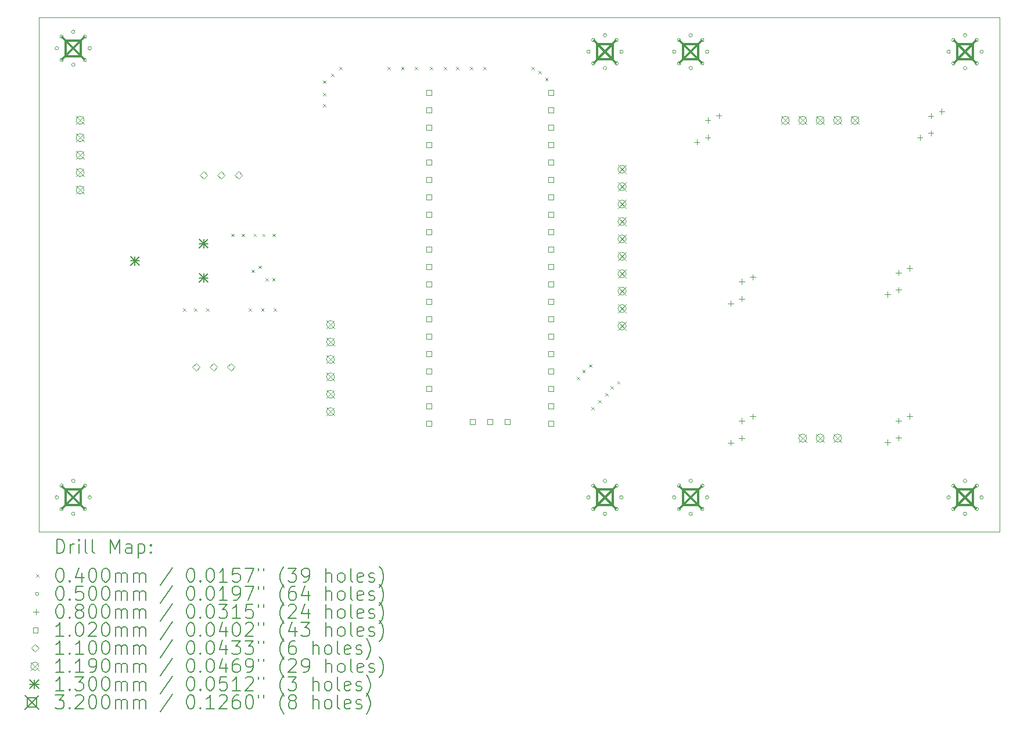
<source format=gbr>
%TF.GenerationSoftware,KiCad,Pcbnew,7.0.7*%
%TF.CreationDate,2023-12-01T19:11:35+01:00*%
%TF.ProjectId,AWG,4157472e-6b69-4636-9164-5f7063625858,rev?*%
%TF.SameCoordinates,Original*%
%TF.FileFunction,Drillmap*%
%TF.FilePolarity,Positive*%
%FSLAX45Y45*%
G04 Gerber Fmt 4.5, Leading zero omitted, Abs format (unit mm)*
G04 Created by KiCad (PCBNEW 7.0.7) date 2023-12-01 19:11:35*
%MOMM*%
%LPD*%
G01*
G04 APERTURE LIST*
%ADD10C,0.050000*%
%ADD11C,0.200000*%
%ADD12C,0.040000*%
%ADD13C,0.080000*%
%ADD14C,0.102000*%
%ADD15C,0.110000*%
%ADD16C,0.119000*%
%ADD17C,0.130000*%
%ADD18C,0.320000*%
G04 APERTURE END LIST*
D10*
X14000000Y-12500000D02*
X14000000Y-5000000D01*
X14000000Y-5000000D02*
X28000000Y-5000000D01*
X28000000Y-5000000D02*
X28000000Y-12500000D01*
X28000000Y-12500000D02*
X14000000Y-12500000D01*
D11*
D12*
X16100000Y-9240000D02*
X16140000Y-9280000D01*
X16140000Y-9240000D02*
X16100000Y-9280000D01*
X16260000Y-9240000D02*
X16300000Y-9280000D01*
X16300000Y-9240000D02*
X16260000Y-9280000D01*
X16440000Y-9240000D02*
X16480000Y-9280000D01*
X16480000Y-9240000D02*
X16440000Y-9280000D01*
X16805000Y-8155000D02*
X16845000Y-8195000D01*
X16845000Y-8155000D02*
X16805000Y-8195000D01*
X16955000Y-8155000D02*
X16995000Y-8195000D01*
X16995000Y-8155000D02*
X16955000Y-8195000D01*
X17060000Y-9240000D02*
X17100000Y-9280000D01*
X17100000Y-9240000D02*
X17060000Y-9280000D01*
X17100000Y-8680000D02*
X17140000Y-8720000D01*
X17140000Y-8680000D02*
X17100000Y-8720000D01*
X17130000Y-8155000D02*
X17170000Y-8195000D01*
X17170000Y-8155000D02*
X17130000Y-8195000D01*
X17200000Y-8620000D02*
X17240000Y-8660000D01*
X17240000Y-8620000D02*
X17200000Y-8660000D01*
X17240000Y-9240000D02*
X17280000Y-9280000D01*
X17280000Y-9240000D02*
X17240000Y-9280000D01*
X17255000Y-8155000D02*
X17295000Y-8195000D01*
X17295000Y-8155000D02*
X17255000Y-8195000D01*
X17300000Y-8800000D02*
X17340000Y-8840000D01*
X17340000Y-8800000D02*
X17300000Y-8840000D01*
X17400000Y-8800000D02*
X17440000Y-8840000D01*
X17440000Y-8800000D02*
X17400000Y-8840000D01*
X17405000Y-8155000D02*
X17445000Y-8195000D01*
X17445000Y-8155000D02*
X17405000Y-8195000D01*
X17420000Y-9240000D02*
X17460000Y-9280000D01*
X17460000Y-9240000D02*
X17420000Y-9280000D01*
X18140000Y-5920000D02*
X18180000Y-5960000D01*
X18180000Y-5920000D02*
X18140000Y-5960000D01*
X18140000Y-6100000D02*
X18180000Y-6140000D01*
X18180000Y-6100000D02*
X18140000Y-6140000D01*
X18140000Y-6260000D02*
X18180000Y-6300000D01*
X18180000Y-6260000D02*
X18140000Y-6300000D01*
X18260000Y-5820000D02*
X18300000Y-5860000D01*
X18300000Y-5820000D02*
X18260000Y-5860000D01*
X18380000Y-5720000D02*
X18420000Y-5760000D01*
X18420000Y-5720000D02*
X18380000Y-5760000D01*
X19080000Y-5719999D02*
X19120000Y-5759999D01*
X19120000Y-5719999D02*
X19080000Y-5759999D01*
X19280000Y-5720000D02*
X19320000Y-5760000D01*
X19320000Y-5720000D02*
X19280000Y-5760000D01*
X19480000Y-5720000D02*
X19520000Y-5760000D01*
X19520000Y-5720000D02*
X19480000Y-5760000D01*
X19700000Y-5720001D02*
X19740000Y-5760001D01*
X19740000Y-5720001D02*
X19700000Y-5760001D01*
X19900000Y-5720000D02*
X19940000Y-5760000D01*
X19940000Y-5720000D02*
X19900000Y-5760000D01*
X20080000Y-5720000D02*
X20120000Y-5760000D01*
X20120000Y-5720000D02*
X20080000Y-5760000D01*
X20280000Y-5720000D02*
X20320000Y-5760000D01*
X20320000Y-5720000D02*
X20280000Y-5760000D01*
X20480000Y-5720000D02*
X20520000Y-5760000D01*
X20520000Y-5720000D02*
X20480000Y-5760000D01*
X21180001Y-5720000D02*
X21220001Y-5760000D01*
X21220001Y-5720000D02*
X21180001Y-5760000D01*
X21280000Y-5780000D02*
X21320000Y-5820000D01*
X21320000Y-5780000D02*
X21280000Y-5820000D01*
X21380000Y-5880000D02*
X21420000Y-5920000D01*
X21420000Y-5880000D02*
X21380000Y-5920000D01*
X21840000Y-10240000D02*
X21880000Y-10280000D01*
X21880000Y-10240000D02*
X21840000Y-10280000D01*
X21920000Y-10140000D02*
X21960000Y-10180000D01*
X21960000Y-10140000D02*
X21920000Y-10180000D01*
X22020000Y-10060000D02*
X22060000Y-10100000D01*
X22060000Y-10060000D02*
X22020000Y-10100000D01*
X22055000Y-10680000D02*
X22095000Y-10720000D01*
X22095000Y-10680000D02*
X22055000Y-10720000D01*
X22155000Y-10580000D02*
X22195000Y-10620000D01*
X22195000Y-10580000D02*
X22155000Y-10620000D01*
X22255000Y-10480000D02*
X22295000Y-10520000D01*
X22295000Y-10480000D02*
X22255000Y-10520000D01*
X22330000Y-10380000D02*
X22370000Y-10420000D01*
X22370000Y-10380000D02*
X22330000Y-10420000D01*
X22430000Y-10305000D02*
X22470000Y-10345000D01*
X22470000Y-10305000D02*
X22430000Y-10345000D01*
D10*
X14285000Y-5450000D02*
G75*
G03*
X14285000Y-5450000I-25000J0D01*
G01*
X14285000Y-12000000D02*
G75*
G03*
X14285000Y-12000000I-25000J0D01*
G01*
X14355294Y-5280294D02*
G75*
G03*
X14355294Y-5280294I-25000J0D01*
G01*
X14355294Y-5619706D02*
G75*
G03*
X14355294Y-5619706I-25000J0D01*
G01*
X14355294Y-11830294D02*
G75*
G03*
X14355294Y-11830294I-25000J0D01*
G01*
X14355294Y-12169706D02*
G75*
G03*
X14355294Y-12169706I-25000J0D01*
G01*
X14525000Y-5210000D02*
G75*
G03*
X14525000Y-5210000I-25000J0D01*
G01*
X14525000Y-5690000D02*
G75*
G03*
X14525000Y-5690000I-25000J0D01*
G01*
X14525000Y-11760000D02*
G75*
G03*
X14525000Y-11760000I-25000J0D01*
G01*
X14525000Y-12240000D02*
G75*
G03*
X14525000Y-12240000I-25000J0D01*
G01*
X14694706Y-5280294D02*
G75*
G03*
X14694706Y-5280294I-25000J0D01*
G01*
X14694706Y-5619706D02*
G75*
G03*
X14694706Y-5619706I-25000J0D01*
G01*
X14694706Y-11830294D02*
G75*
G03*
X14694706Y-11830294I-25000J0D01*
G01*
X14694706Y-12169706D02*
G75*
G03*
X14694706Y-12169706I-25000J0D01*
G01*
X14765000Y-5450000D02*
G75*
G03*
X14765000Y-5450000I-25000J0D01*
G01*
X14765000Y-12000000D02*
G75*
G03*
X14765000Y-12000000I-25000J0D01*
G01*
X22035000Y-5500000D02*
G75*
G03*
X22035000Y-5500000I-25000J0D01*
G01*
X22035000Y-12000000D02*
G75*
G03*
X22035000Y-12000000I-25000J0D01*
G01*
X22105294Y-5330294D02*
G75*
G03*
X22105294Y-5330294I-25000J0D01*
G01*
X22105294Y-5669706D02*
G75*
G03*
X22105294Y-5669706I-25000J0D01*
G01*
X22105294Y-11830294D02*
G75*
G03*
X22105294Y-11830294I-25000J0D01*
G01*
X22105294Y-12169706D02*
G75*
G03*
X22105294Y-12169706I-25000J0D01*
G01*
X22275000Y-5260000D02*
G75*
G03*
X22275000Y-5260000I-25000J0D01*
G01*
X22275000Y-5740000D02*
G75*
G03*
X22275000Y-5740000I-25000J0D01*
G01*
X22275000Y-11760000D02*
G75*
G03*
X22275000Y-11760000I-25000J0D01*
G01*
X22275000Y-12240000D02*
G75*
G03*
X22275000Y-12240000I-25000J0D01*
G01*
X22444706Y-5330294D02*
G75*
G03*
X22444706Y-5330294I-25000J0D01*
G01*
X22444706Y-5669706D02*
G75*
G03*
X22444706Y-5669706I-25000J0D01*
G01*
X22444706Y-11830294D02*
G75*
G03*
X22444706Y-11830294I-25000J0D01*
G01*
X22444706Y-12169706D02*
G75*
G03*
X22444706Y-12169706I-25000J0D01*
G01*
X22515000Y-5500000D02*
G75*
G03*
X22515000Y-5500000I-25000J0D01*
G01*
X22515000Y-12000000D02*
G75*
G03*
X22515000Y-12000000I-25000J0D01*
G01*
X23285000Y-5500000D02*
G75*
G03*
X23285000Y-5500000I-25000J0D01*
G01*
X23285000Y-12000000D02*
G75*
G03*
X23285000Y-12000000I-25000J0D01*
G01*
X23355294Y-5330294D02*
G75*
G03*
X23355294Y-5330294I-25000J0D01*
G01*
X23355294Y-5669706D02*
G75*
G03*
X23355294Y-5669706I-25000J0D01*
G01*
X23355294Y-11830294D02*
G75*
G03*
X23355294Y-11830294I-25000J0D01*
G01*
X23355294Y-12169706D02*
G75*
G03*
X23355294Y-12169706I-25000J0D01*
G01*
X23525000Y-5260000D02*
G75*
G03*
X23525000Y-5260000I-25000J0D01*
G01*
X23525000Y-5740000D02*
G75*
G03*
X23525000Y-5740000I-25000J0D01*
G01*
X23525000Y-11760000D02*
G75*
G03*
X23525000Y-11760000I-25000J0D01*
G01*
X23525000Y-12240000D02*
G75*
G03*
X23525000Y-12240000I-25000J0D01*
G01*
X23694706Y-5330294D02*
G75*
G03*
X23694706Y-5330294I-25000J0D01*
G01*
X23694706Y-5669706D02*
G75*
G03*
X23694706Y-5669706I-25000J0D01*
G01*
X23694706Y-11830294D02*
G75*
G03*
X23694706Y-11830294I-25000J0D01*
G01*
X23694706Y-12169706D02*
G75*
G03*
X23694706Y-12169706I-25000J0D01*
G01*
X23765000Y-5500000D02*
G75*
G03*
X23765000Y-5500000I-25000J0D01*
G01*
X23765000Y-12000000D02*
G75*
G03*
X23765000Y-12000000I-25000J0D01*
G01*
X27285000Y-5500000D02*
G75*
G03*
X27285000Y-5500000I-25000J0D01*
G01*
X27285000Y-12000000D02*
G75*
G03*
X27285000Y-12000000I-25000J0D01*
G01*
X27355294Y-5330294D02*
G75*
G03*
X27355294Y-5330294I-25000J0D01*
G01*
X27355294Y-5669706D02*
G75*
G03*
X27355294Y-5669706I-25000J0D01*
G01*
X27355294Y-11830294D02*
G75*
G03*
X27355294Y-11830294I-25000J0D01*
G01*
X27355294Y-12169706D02*
G75*
G03*
X27355294Y-12169706I-25000J0D01*
G01*
X27525000Y-5260000D02*
G75*
G03*
X27525000Y-5260000I-25000J0D01*
G01*
X27525000Y-5740000D02*
G75*
G03*
X27525000Y-5740000I-25000J0D01*
G01*
X27525000Y-11760000D02*
G75*
G03*
X27525000Y-11760000I-25000J0D01*
G01*
X27525000Y-12240000D02*
G75*
G03*
X27525000Y-12240000I-25000J0D01*
G01*
X27694706Y-5330294D02*
G75*
G03*
X27694706Y-5330294I-25000J0D01*
G01*
X27694706Y-5669706D02*
G75*
G03*
X27694706Y-5669706I-25000J0D01*
G01*
X27694706Y-11830294D02*
G75*
G03*
X27694706Y-11830294I-25000J0D01*
G01*
X27694706Y-12169706D02*
G75*
G03*
X27694706Y-12169706I-25000J0D01*
G01*
X27765000Y-5500000D02*
G75*
G03*
X27765000Y-5500000I-25000J0D01*
G01*
X27765000Y-12000000D02*
G75*
G03*
X27765000Y-12000000I-25000J0D01*
G01*
D13*
X23590000Y-6777094D02*
X23590000Y-6857094D01*
X23550000Y-6817094D02*
X23630000Y-6817094D01*
X23750000Y-6460000D02*
X23750000Y-6540000D01*
X23710000Y-6500000D02*
X23790000Y-6500000D01*
X23750000Y-6710000D02*
X23750000Y-6790000D01*
X23710000Y-6750000D02*
X23790000Y-6750000D01*
X23910000Y-6392906D02*
X23910000Y-6472906D01*
X23870000Y-6432906D02*
X23950000Y-6432906D01*
X24084000Y-9131094D02*
X24084000Y-9211094D01*
X24044000Y-9171094D02*
X24124000Y-9171094D01*
X24084000Y-11163094D02*
X24084000Y-11243094D01*
X24044000Y-11203094D02*
X24124000Y-11203094D01*
X24244000Y-8814000D02*
X24244000Y-8894000D01*
X24204000Y-8854000D02*
X24284000Y-8854000D01*
X24244000Y-9064000D02*
X24244000Y-9144000D01*
X24204000Y-9104000D02*
X24284000Y-9104000D01*
X24244000Y-10846000D02*
X24244000Y-10926000D01*
X24204000Y-10886000D02*
X24284000Y-10886000D01*
X24244000Y-11096000D02*
X24244000Y-11176000D01*
X24204000Y-11136000D02*
X24284000Y-11136000D01*
X24404000Y-8746906D02*
X24404000Y-8826906D01*
X24364000Y-8786906D02*
X24444000Y-8786906D01*
X24404000Y-10778906D02*
X24404000Y-10858906D01*
X24364000Y-10818906D02*
X24444000Y-10818906D01*
X26370000Y-9000094D02*
X26370000Y-9080094D01*
X26330000Y-9040094D02*
X26410000Y-9040094D01*
X26370000Y-11159094D02*
X26370000Y-11239094D01*
X26330000Y-11199094D02*
X26410000Y-11199094D01*
X26530000Y-8683000D02*
X26530000Y-8763000D01*
X26490000Y-8723000D02*
X26570000Y-8723000D01*
X26530000Y-8933000D02*
X26530000Y-9013000D01*
X26490000Y-8973000D02*
X26570000Y-8973000D01*
X26530000Y-10842000D02*
X26530000Y-10922000D01*
X26490000Y-10882000D02*
X26570000Y-10882000D01*
X26530000Y-11092000D02*
X26530000Y-11172000D01*
X26490000Y-11132000D02*
X26570000Y-11132000D01*
X26690000Y-8615906D02*
X26690000Y-8695906D01*
X26650000Y-8655906D02*
X26730000Y-8655906D01*
X26690000Y-10774906D02*
X26690000Y-10854906D01*
X26650000Y-10814906D02*
X26730000Y-10814906D01*
X26840000Y-6714094D02*
X26840000Y-6794094D01*
X26800000Y-6754094D02*
X26880000Y-6754094D01*
X27000000Y-6397000D02*
X27000000Y-6477000D01*
X26960000Y-6437000D02*
X27040000Y-6437000D01*
X27000000Y-6647000D02*
X27000000Y-6727000D01*
X26960000Y-6687000D02*
X27040000Y-6687000D01*
X27160000Y-6329906D02*
X27160000Y-6409906D01*
X27120000Y-6369906D02*
X27200000Y-6369906D01*
D14*
X19721063Y-6132063D02*
X19721063Y-6059937D01*
X19648937Y-6059937D01*
X19648937Y-6132063D01*
X19721063Y-6132063D01*
X19721063Y-6386063D02*
X19721063Y-6313937D01*
X19648937Y-6313937D01*
X19648937Y-6386063D01*
X19721063Y-6386063D01*
X19721063Y-6640063D02*
X19721063Y-6567937D01*
X19648937Y-6567937D01*
X19648937Y-6640063D01*
X19721063Y-6640063D01*
X19721063Y-6894063D02*
X19721063Y-6821937D01*
X19648937Y-6821937D01*
X19648937Y-6894063D01*
X19721063Y-6894063D01*
X19721063Y-7148063D02*
X19721063Y-7075937D01*
X19648937Y-7075937D01*
X19648937Y-7148063D01*
X19721063Y-7148063D01*
X19721063Y-7402063D02*
X19721063Y-7329937D01*
X19648937Y-7329937D01*
X19648937Y-7402063D01*
X19721063Y-7402063D01*
X19721063Y-7656063D02*
X19721063Y-7583937D01*
X19648937Y-7583937D01*
X19648937Y-7656063D01*
X19721063Y-7656063D01*
X19721063Y-7910063D02*
X19721063Y-7837937D01*
X19648937Y-7837937D01*
X19648937Y-7910063D01*
X19721063Y-7910063D01*
X19721063Y-8164063D02*
X19721063Y-8091937D01*
X19648937Y-8091937D01*
X19648937Y-8164063D01*
X19721063Y-8164063D01*
X19721063Y-8418063D02*
X19721063Y-8345937D01*
X19648937Y-8345937D01*
X19648937Y-8418063D01*
X19721063Y-8418063D01*
X19721063Y-8672063D02*
X19721063Y-8599937D01*
X19648937Y-8599937D01*
X19648937Y-8672063D01*
X19721063Y-8672063D01*
X19721063Y-8926063D02*
X19721063Y-8853937D01*
X19648937Y-8853937D01*
X19648937Y-8926063D01*
X19721063Y-8926063D01*
X19721063Y-9180063D02*
X19721063Y-9107937D01*
X19648937Y-9107937D01*
X19648937Y-9180063D01*
X19721063Y-9180063D01*
X19721063Y-9434063D02*
X19721063Y-9361937D01*
X19648937Y-9361937D01*
X19648937Y-9434063D01*
X19721063Y-9434063D01*
X19721063Y-9688063D02*
X19721063Y-9615937D01*
X19648937Y-9615937D01*
X19648937Y-9688063D01*
X19721063Y-9688063D01*
X19721063Y-9942063D02*
X19721063Y-9869937D01*
X19648937Y-9869937D01*
X19648937Y-9942063D01*
X19721063Y-9942063D01*
X19721063Y-10196063D02*
X19721063Y-10123937D01*
X19648937Y-10123937D01*
X19648937Y-10196063D01*
X19721063Y-10196063D01*
X19721063Y-10450063D02*
X19721063Y-10377937D01*
X19648937Y-10377937D01*
X19648937Y-10450063D01*
X19721063Y-10450063D01*
X19721063Y-10704063D02*
X19721063Y-10631937D01*
X19648937Y-10631937D01*
X19648937Y-10704063D01*
X19721063Y-10704063D01*
X19721063Y-10958063D02*
X19721063Y-10885937D01*
X19648937Y-10885937D01*
X19648937Y-10958063D01*
X19721063Y-10958063D01*
X20356063Y-10935063D02*
X20356063Y-10862937D01*
X20283937Y-10862937D01*
X20283937Y-10935063D01*
X20356063Y-10935063D01*
X20610063Y-10935063D02*
X20610063Y-10862937D01*
X20537937Y-10862937D01*
X20537937Y-10935063D01*
X20610063Y-10935063D01*
X20864063Y-10935063D02*
X20864063Y-10862937D01*
X20791937Y-10862937D01*
X20791937Y-10935063D01*
X20864063Y-10935063D01*
X21499063Y-6132063D02*
X21499063Y-6059937D01*
X21426937Y-6059937D01*
X21426937Y-6132063D01*
X21499063Y-6132063D01*
X21499063Y-6386063D02*
X21499063Y-6313937D01*
X21426937Y-6313937D01*
X21426937Y-6386063D01*
X21499063Y-6386063D01*
X21499063Y-6640063D02*
X21499063Y-6567937D01*
X21426937Y-6567937D01*
X21426937Y-6640063D01*
X21499063Y-6640063D01*
X21499063Y-6894063D02*
X21499063Y-6821937D01*
X21426937Y-6821937D01*
X21426937Y-6894063D01*
X21499063Y-6894063D01*
X21499063Y-7148063D02*
X21499063Y-7075937D01*
X21426937Y-7075937D01*
X21426937Y-7148063D01*
X21499063Y-7148063D01*
X21499063Y-7402063D02*
X21499063Y-7329937D01*
X21426937Y-7329937D01*
X21426937Y-7402063D01*
X21499063Y-7402063D01*
X21499063Y-7656063D02*
X21499063Y-7583937D01*
X21426937Y-7583937D01*
X21426937Y-7656063D01*
X21499063Y-7656063D01*
X21499063Y-7910063D02*
X21499063Y-7837937D01*
X21426937Y-7837937D01*
X21426937Y-7910063D01*
X21499063Y-7910063D01*
X21499063Y-8164063D02*
X21499063Y-8091937D01*
X21426937Y-8091937D01*
X21426937Y-8164063D01*
X21499063Y-8164063D01*
X21499063Y-8418063D02*
X21499063Y-8345937D01*
X21426937Y-8345937D01*
X21426937Y-8418063D01*
X21499063Y-8418063D01*
X21499063Y-8672063D02*
X21499063Y-8599937D01*
X21426937Y-8599937D01*
X21426937Y-8672063D01*
X21499063Y-8672063D01*
X21499063Y-8926063D02*
X21499063Y-8853937D01*
X21426937Y-8853937D01*
X21426937Y-8926063D01*
X21499063Y-8926063D01*
X21499063Y-9180063D02*
X21499063Y-9107937D01*
X21426937Y-9107937D01*
X21426937Y-9180063D01*
X21499063Y-9180063D01*
X21499063Y-9434063D02*
X21499063Y-9361937D01*
X21426937Y-9361937D01*
X21426937Y-9434063D01*
X21499063Y-9434063D01*
X21499063Y-9688063D02*
X21499063Y-9615937D01*
X21426937Y-9615937D01*
X21426937Y-9688063D01*
X21499063Y-9688063D01*
X21499063Y-9942063D02*
X21499063Y-9869937D01*
X21426937Y-9869937D01*
X21426937Y-9942063D01*
X21499063Y-9942063D01*
X21499063Y-10196063D02*
X21499063Y-10123937D01*
X21426937Y-10123937D01*
X21426937Y-10196063D01*
X21499063Y-10196063D01*
X21499063Y-10450063D02*
X21499063Y-10377937D01*
X21426937Y-10377937D01*
X21426937Y-10450063D01*
X21499063Y-10450063D01*
X21499063Y-10704063D02*
X21499063Y-10631937D01*
X21426937Y-10631937D01*
X21426937Y-10704063D01*
X21499063Y-10704063D01*
X21499063Y-10958063D02*
X21499063Y-10885937D01*
X21426937Y-10885937D01*
X21426937Y-10958063D01*
X21499063Y-10958063D01*
D15*
X16292000Y-10155000D02*
X16347000Y-10100000D01*
X16292000Y-10045000D01*
X16237000Y-10100000D01*
X16292000Y-10155000D01*
X16400000Y-7355000D02*
X16455000Y-7300000D01*
X16400000Y-7245000D01*
X16345000Y-7300000D01*
X16400000Y-7355000D01*
X16546000Y-10155000D02*
X16601000Y-10100000D01*
X16546000Y-10045000D01*
X16491000Y-10100000D01*
X16546000Y-10155000D01*
X16654000Y-7355000D02*
X16709000Y-7300000D01*
X16654000Y-7245000D01*
X16599000Y-7300000D01*
X16654000Y-7355000D01*
X16800000Y-10155000D02*
X16855000Y-10100000D01*
X16800000Y-10045000D01*
X16745000Y-10100000D01*
X16800000Y-10155000D01*
X16908000Y-7355000D02*
X16963000Y-7300000D01*
X16908000Y-7245000D01*
X16853000Y-7300000D01*
X16908000Y-7355000D01*
D16*
X14540500Y-6440500D02*
X14659500Y-6559500D01*
X14659500Y-6440500D02*
X14540500Y-6559500D01*
X14659500Y-6500000D02*
G75*
G03*
X14659500Y-6500000I-59500J0D01*
G01*
X14540500Y-6694500D02*
X14659500Y-6813500D01*
X14659500Y-6694500D02*
X14540500Y-6813500D01*
X14659500Y-6754000D02*
G75*
G03*
X14659500Y-6754000I-59500J0D01*
G01*
X14540500Y-6948500D02*
X14659500Y-7067500D01*
X14659500Y-6948500D02*
X14540500Y-7067500D01*
X14659500Y-7008000D02*
G75*
G03*
X14659500Y-7008000I-59500J0D01*
G01*
X14540500Y-7202500D02*
X14659500Y-7321500D01*
X14659500Y-7202500D02*
X14540500Y-7321500D01*
X14659500Y-7262000D02*
G75*
G03*
X14659500Y-7262000I-59500J0D01*
G01*
X14540500Y-7456500D02*
X14659500Y-7575500D01*
X14659500Y-7456500D02*
X14540500Y-7575500D01*
X14659500Y-7516000D02*
G75*
G03*
X14659500Y-7516000I-59500J0D01*
G01*
X18190500Y-9420500D02*
X18309500Y-9539500D01*
X18309500Y-9420500D02*
X18190500Y-9539500D01*
X18309500Y-9480000D02*
G75*
G03*
X18309500Y-9480000I-59500J0D01*
G01*
X18190500Y-9674500D02*
X18309500Y-9793500D01*
X18309500Y-9674500D02*
X18190500Y-9793500D01*
X18309500Y-9734000D02*
G75*
G03*
X18309500Y-9734000I-59500J0D01*
G01*
X18190500Y-9928500D02*
X18309500Y-10047500D01*
X18309500Y-9928500D02*
X18190500Y-10047500D01*
X18309500Y-9988000D02*
G75*
G03*
X18309500Y-9988000I-59500J0D01*
G01*
X18190500Y-10182500D02*
X18309500Y-10301500D01*
X18309500Y-10182500D02*
X18190500Y-10301500D01*
X18309500Y-10242000D02*
G75*
G03*
X18309500Y-10242000I-59500J0D01*
G01*
X18190500Y-10436500D02*
X18309500Y-10555500D01*
X18309500Y-10436500D02*
X18190500Y-10555500D01*
X18309500Y-10496000D02*
G75*
G03*
X18309500Y-10496000I-59500J0D01*
G01*
X18190500Y-10690500D02*
X18309500Y-10809500D01*
X18309500Y-10690500D02*
X18190500Y-10809500D01*
X18309500Y-10750000D02*
G75*
G03*
X18309500Y-10750000I-59500J0D01*
G01*
X22440500Y-7154500D02*
X22559500Y-7273500D01*
X22559500Y-7154500D02*
X22440500Y-7273500D01*
X22559500Y-7214000D02*
G75*
G03*
X22559500Y-7214000I-59500J0D01*
G01*
X22440500Y-7408500D02*
X22559500Y-7527500D01*
X22559500Y-7408500D02*
X22440500Y-7527500D01*
X22559500Y-7468000D02*
G75*
G03*
X22559500Y-7468000I-59500J0D01*
G01*
X22440500Y-7662500D02*
X22559500Y-7781500D01*
X22559500Y-7662500D02*
X22440500Y-7781500D01*
X22559500Y-7722000D02*
G75*
G03*
X22559500Y-7722000I-59500J0D01*
G01*
X22440500Y-7916500D02*
X22559500Y-8035500D01*
X22559500Y-7916500D02*
X22440500Y-8035500D01*
X22559500Y-7976000D02*
G75*
G03*
X22559500Y-7976000I-59500J0D01*
G01*
X22440500Y-8170500D02*
X22559500Y-8289500D01*
X22559500Y-8170500D02*
X22440500Y-8289500D01*
X22559500Y-8230000D02*
G75*
G03*
X22559500Y-8230000I-59500J0D01*
G01*
X22440500Y-8424500D02*
X22559500Y-8543500D01*
X22559500Y-8424500D02*
X22440500Y-8543500D01*
X22559500Y-8484000D02*
G75*
G03*
X22559500Y-8484000I-59500J0D01*
G01*
X22440500Y-8678500D02*
X22559500Y-8797500D01*
X22559500Y-8678500D02*
X22440500Y-8797500D01*
X22559500Y-8738000D02*
G75*
G03*
X22559500Y-8738000I-59500J0D01*
G01*
X22440500Y-8932500D02*
X22559500Y-9051500D01*
X22559500Y-8932500D02*
X22440500Y-9051500D01*
X22559500Y-8992000D02*
G75*
G03*
X22559500Y-8992000I-59500J0D01*
G01*
X22440500Y-9186500D02*
X22559500Y-9305500D01*
X22559500Y-9186500D02*
X22440500Y-9305500D01*
X22559500Y-9246000D02*
G75*
G03*
X22559500Y-9246000I-59500J0D01*
G01*
X22440500Y-9440500D02*
X22559500Y-9559500D01*
X22559500Y-9440500D02*
X22440500Y-9559500D01*
X22559500Y-9500000D02*
G75*
G03*
X22559500Y-9500000I-59500J0D01*
G01*
X24819500Y-6440500D02*
X24938500Y-6559500D01*
X24938500Y-6440500D02*
X24819500Y-6559500D01*
X24938500Y-6500000D02*
G75*
G03*
X24938500Y-6500000I-59500J0D01*
G01*
X25073500Y-6440500D02*
X25192500Y-6559500D01*
X25192500Y-6440500D02*
X25073500Y-6559500D01*
X25192500Y-6500000D02*
G75*
G03*
X25192500Y-6500000I-59500J0D01*
G01*
X25073500Y-11076500D02*
X25192500Y-11195500D01*
X25192500Y-11076500D02*
X25073500Y-11195500D01*
X25192500Y-11136000D02*
G75*
G03*
X25192500Y-11136000I-59500J0D01*
G01*
X25327500Y-6440500D02*
X25446500Y-6559500D01*
X25446500Y-6440500D02*
X25327500Y-6559500D01*
X25446500Y-6500000D02*
G75*
G03*
X25446500Y-6500000I-59500J0D01*
G01*
X25327500Y-11076500D02*
X25446500Y-11195500D01*
X25446500Y-11076500D02*
X25327500Y-11195500D01*
X25446500Y-11136000D02*
G75*
G03*
X25446500Y-11136000I-59500J0D01*
G01*
X25581500Y-6440500D02*
X25700500Y-6559500D01*
X25700500Y-6440500D02*
X25581500Y-6559500D01*
X25700500Y-6500000D02*
G75*
G03*
X25700500Y-6500000I-59500J0D01*
G01*
X25581500Y-11076500D02*
X25700500Y-11195500D01*
X25700500Y-11076500D02*
X25581500Y-11195500D01*
X25700500Y-11136000D02*
G75*
G03*
X25700500Y-11136000I-59500J0D01*
G01*
X25835500Y-6440500D02*
X25954500Y-6559500D01*
X25954500Y-6440500D02*
X25835500Y-6559500D01*
X25954500Y-6500000D02*
G75*
G03*
X25954500Y-6500000I-59500J0D01*
G01*
D17*
X15335000Y-8485000D02*
X15465000Y-8615000D01*
X15465000Y-8485000D02*
X15335000Y-8615000D01*
X15400000Y-8485000D02*
X15400000Y-8615000D01*
X15335000Y-8550000D02*
X15465000Y-8550000D01*
X16335000Y-8235000D02*
X16465000Y-8365000D01*
X16465000Y-8235000D02*
X16335000Y-8365000D01*
X16400000Y-8235000D02*
X16400000Y-8365000D01*
X16335000Y-8300000D02*
X16465000Y-8300000D01*
X16335000Y-8735000D02*
X16465000Y-8865000D01*
X16465000Y-8735000D02*
X16335000Y-8865000D01*
X16400000Y-8735000D02*
X16400000Y-8865000D01*
X16335000Y-8800000D02*
X16465000Y-8800000D01*
D18*
X14340000Y-5290000D02*
X14660000Y-5610000D01*
X14660000Y-5290000D02*
X14340000Y-5610000D01*
X14613138Y-5563138D02*
X14613138Y-5336862D01*
X14386862Y-5336862D01*
X14386862Y-5563138D01*
X14613138Y-5563138D01*
X14340000Y-11840000D02*
X14660000Y-12160000D01*
X14660000Y-11840000D02*
X14340000Y-12160000D01*
X14613138Y-12113138D02*
X14613138Y-11886862D01*
X14386862Y-11886862D01*
X14386862Y-12113138D01*
X14613138Y-12113138D01*
X22090000Y-5340000D02*
X22410000Y-5660000D01*
X22410000Y-5340000D02*
X22090000Y-5660000D01*
X22363138Y-5613138D02*
X22363138Y-5386862D01*
X22136862Y-5386862D01*
X22136862Y-5613138D01*
X22363138Y-5613138D01*
X22090000Y-11840000D02*
X22410000Y-12160000D01*
X22410000Y-11840000D02*
X22090000Y-12160000D01*
X22363138Y-12113138D02*
X22363138Y-11886862D01*
X22136862Y-11886862D01*
X22136862Y-12113138D01*
X22363138Y-12113138D01*
X23340000Y-5340000D02*
X23660000Y-5660000D01*
X23660000Y-5340000D02*
X23340000Y-5660000D01*
X23613138Y-5613138D02*
X23613138Y-5386862D01*
X23386862Y-5386862D01*
X23386862Y-5613138D01*
X23613138Y-5613138D01*
X23340000Y-11840000D02*
X23660000Y-12160000D01*
X23660000Y-11840000D02*
X23340000Y-12160000D01*
X23613138Y-12113138D02*
X23613138Y-11886862D01*
X23386862Y-11886862D01*
X23386862Y-12113138D01*
X23613138Y-12113138D01*
X27340000Y-5340000D02*
X27660000Y-5660000D01*
X27660000Y-5340000D02*
X27340000Y-5660000D01*
X27613138Y-5613138D02*
X27613138Y-5386862D01*
X27386862Y-5386862D01*
X27386862Y-5613138D01*
X27613138Y-5613138D01*
X27340000Y-11840000D02*
X27660000Y-12160000D01*
X27660000Y-11840000D02*
X27340000Y-12160000D01*
X27613138Y-12113138D02*
X27613138Y-11886862D01*
X27386862Y-11886862D01*
X27386862Y-12113138D01*
X27613138Y-12113138D01*
D11*
X14258277Y-12813984D02*
X14258277Y-12613984D01*
X14258277Y-12613984D02*
X14305896Y-12613984D01*
X14305896Y-12613984D02*
X14334467Y-12623508D01*
X14334467Y-12623508D02*
X14353515Y-12642555D01*
X14353515Y-12642555D02*
X14363039Y-12661603D01*
X14363039Y-12661603D02*
X14372562Y-12699698D01*
X14372562Y-12699698D02*
X14372562Y-12728269D01*
X14372562Y-12728269D02*
X14363039Y-12766365D01*
X14363039Y-12766365D02*
X14353515Y-12785412D01*
X14353515Y-12785412D02*
X14334467Y-12804460D01*
X14334467Y-12804460D02*
X14305896Y-12813984D01*
X14305896Y-12813984D02*
X14258277Y-12813984D01*
X14458277Y-12813984D02*
X14458277Y-12680650D01*
X14458277Y-12718746D02*
X14467801Y-12699698D01*
X14467801Y-12699698D02*
X14477324Y-12690174D01*
X14477324Y-12690174D02*
X14496372Y-12680650D01*
X14496372Y-12680650D02*
X14515420Y-12680650D01*
X14582086Y-12813984D02*
X14582086Y-12680650D01*
X14582086Y-12613984D02*
X14572562Y-12623508D01*
X14572562Y-12623508D02*
X14582086Y-12633031D01*
X14582086Y-12633031D02*
X14591610Y-12623508D01*
X14591610Y-12623508D02*
X14582086Y-12613984D01*
X14582086Y-12613984D02*
X14582086Y-12633031D01*
X14705896Y-12813984D02*
X14686848Y-12804460D01*
X14686848Y-12804460D02*
X14677324Y-12785412D01*
X14677324Y-12785412D02*
X14677324Y-12613984D01*
X14810658Y-12813984D02*
X14791610Y-12804460D01*
X14791610Y-12804460D02*
X14782086Y-12785412D01*
X14782086Y-12785412D02*
X14782086Y-12613984D01*
X15039229Y-12813984D02*
X15039229Y-12613984D01*
X15039229Y-12613984D02*
X15105896Y-12756841D01*
X15105896Y-12756841D02*
X15172562Y-12613984D01*
X15172562Y-12613984D02*
X15172562Y-12813984D01*
X15353515Y-12813984D02*
X15353515Y-12709222D01*
X15353515Y-12709222D02*
X15343991Y-12690174D01*
X15343991Y-12690174D02*
X15324943Y-12680650D01*
X15324943Y-12680650D02*
X15286848Y-12680650D01*
X15286848Y-12680650D02*
X15267801Y-12690174D01*
X15353515Y-12804460D02*
X15334467Y-12813984D01*
X15334467Y-12813984D02*
X15286848Y-12813984D01*
X15286848Y-12813984D02*
X15267801Y-12804460D01*
X15267801Y-12804460D02*
X15258277Y-12785412D01*
X15258277Y-12785412D02*
X15258277Y-12766365D01*
X15258277Y-12766365D02*
X15267801Y-12747317D01*
X15267801Y-12747317D02*
X15286848Y-12737793D01*
X15286848Y-12737793D02*
X15334467Y-12737793D01*
X15334467Y-12737793D02*
X15353515Y-12728269D01*
X15448753Y-12680650D02*
X15448753Y-12880650D01*
X15448753Y-12690174D02*
X15467801Y-12680650D01*
X15467801Y-12680650D02*
X15505896Y-12680650D01*
X15505896Y-12680650D02*
X15524943Y-12690174D01*
X15524943Y-12690174D02*
X15534467Y-12699698D01*
X15534467Y-12699698D02*
X15543991Y-12718746D01*
X15543991Y-12718746D02*
X15543991Y-12775888D01*
X15543991Y-12775888D02*
X15534467Y-12794936D01*
X15534467Y-12794936D02*
X15524943Y-12804460D01*
X15524943Y-12804460D02*
X15505896Y-12813984D01*
X15505896Y-12813984D02*
X15467801Y-12813984D01*
X15467801Y-12813984D02*
X15448753Y-12804460D01*
X15629705Y-12794936D02*
X15639229Y-12804460D01*
X15639229Y-12804460D02*
X15629705Y-12813984D01*
X15629705Y-12813984D02*
X15620182Y-12804460D01*
X15620182Y-12804460D02*
X15629705Y-12794936D01*
X15629705Y-12794936D02*
X15629705Y-12813984D01*
X15629705Y-12690174D02*
X15639229Y-12699698D01*
X15639229Y-12699698D02*
X15629705Y-12709222D01*
X15629705Y-12709222D02*
X15620182Y-12699698D01*
X15620182Y-12699698D02*
X15629705Y-12690174D01*
X15629705Y-12690174D02*
X15629705Y-12709222D01*
D12*
X13957500Y-13122500D02*
X13997500Y-13162500D01*
X13997500Y-13122500D02*
X13957500Y-13162500D01*
D11*
X14296372Y-13033984D02*
X14315420Y-13033984D01*
X14315420Y-13033984D02*
X14334467Y-13043508D01*
X14334467Y-13043508D02*
X14343991Y-13053031D01*
X14343991Y-13053031D02*
X14353515Y-13072079D01*
X14353515Y-13072079D02*
X14363039Y-13110174D01*
X14363039Y-13110174D02*
X14363039Y-13157793D01*
X14363039Y-13157793D02*
X14353515Y-13195888D01*
X14353515Y-13195888D02*
X14343991Y-13214936D01*
X14343991Y-13214936D02*
X14334467Y-13224460D01*
X14334467Y-13224460D02*
X14315420Y-13233984D01*
X14315420Y-13233984D02*
X14296372Y-13233984D01*
X14296372Y-13233984D02*
X14277324Y-13224460D01*
X14277324Y-13224460D02*
X14267801Y-13214936D01*
X14267801Y-13214936D02*
X14258277Y-13195888D01*
X14258277Y-13195888D02*
X14248753Y-13157793D01*
X14248753Y-13157793D02*
X14248753Y-13110174D01*
X14248753Y-13110174D02*
X14258277Y-13072079D01*
X14258277Y-13072079D02*
X14267801Y-13053031D01*
X14267801Y-13053031D02*
X14277324Y-13043508D01*
X14277324Y-13043508D02*
X14296372Y-13033984D01*
X14448753Y-13214936D02*
X14458277Y-13224460D01*
X14458277Y-13224460D02*
X14448753Y-13233984D01*
X14448753Y-13233984D02*
X14439229Y-13224460D01*
X14439229Y-13224460D02*
X14448753Y-13214936D01*
X14448753Y-13214936D02*
X14448753Y-13233984D01*
X14629705Y-13100650D02*
X14629705Y-13233984D01*
X14582086Y-13024460D02*
X14534467Y-13167317D01*
X14534467Y-13167317D02*
X14658277Y-13167317D01*
X14772562Y-13033984D02*
X14791610Y-13033984D01*
X14791610Y-13033984D02*
X14810658Y-13043508D01*
X14810658Y-13043508D02*
X14820182Y-13053031D01*
X14820182Y-13053031D02*
X14829705Y-13072079D01*
X14829705Y-13072079D02*
X14839229Y-13110174D01*
X14839229Y-13110174D02*
X14839229Y-13157793D01*
X14839229Y-13157793D02*
X14829705Y-13195888D01*
X14829705Y-13195888D02*
X14820182Y-13214936D01*
X14820182Y-13214936D02*
X14810658Y-13224460D01*
X14810658Y-13224460D02*
X14791610Y-13233984D01*
X14791610Y-13233984D02*
X14772562Y-13233984D01*
X14772562Y-13233984D02*
X14753515Y-13224460D01*
X14753515Y-13224460D02*
X14743991Y-13214936D01*
X14743991Y-13214936D02*
X14734467Y-13195888D01*
X14734467Y-13195888D02*
X14724943Y-13157793D01*
X14724943Y-13157793D02*
X14724943Y-13110174D01*
X14724943Y-13110174D02*
X14734467Y-13072079D01*
X14734467Y-13072079D02*
X14743991Y-13053031D01*
X14743991Y-13053031D02*
X14753515Y-13043508D01*
X14753515Y-13043508D02*
X14772562Y-13033984D01*
X14963039Y-13033984D02*
X14982086Y-13033984D01*
X14982086Y-13033984D02*
X15001134Y-13043508D01*
X15001134Y-13043508D02*
X15010658Y-13053031D01*
X15010658Y-13053031D02*
X15020182Y-13072079D01*
X15020182Y-13072079D02*
X15029705Y-13110174D01*
X15029705Y-13110174D02*
X15029705Y-13157793D01*
X15029705Y-13157793D02*
X15020182Y-13195888D01*
X15020182Y-13195888D02*
X15010658Y-13214936D01*
X15010658Y-13214936D02*
X15001134Y-13224460D01*
X15001134Y-13224460D02*
X14982086Y-13233984D01*
X14982086Y-13233984D02*
X14963039Y-13233984D01*
X14963039Y-13233984D02*
X14943991Y-13224460D01*
X14943991Y-13224460D02*
X14934467Y-13214936D01*
X14934467Y-13214936D02*
X14924943Y-13195888D01*
X14924943Y-13195888D02*
X14915420Y-13157793D01*
X14915420Y-13157793D02*
X14915420Y-13110174D01*
X14915420Y-13110174D02*
X14924943Y-13072079D01*
X14924943Y-13072079D02*
X14934467Y-13053031D01*
X14934467Y-13053031D02*
X14943991Y-13043508D01*
X14943991Y-13043508D02*
X14963039Y-13033984D01*
X15115420Y-13233984D02*
X15115420Y-13100650D01*
X15115420Y-13119698D02*
X15124943Y-13110174D01*
X15124943Y-13110174D02*
X15143991Y-13100650D01*
X15143991Y-13100650D02*
X15172563Y-13100650D01*
X15172563Y-13100650D02*
X15191610Y-13110174D01*
X15191610Y-13110174D02*
X15201134Y-13129222D01*
X15201134Y-13129222D02*
X15201134Y-13233984D01*
X15201134Y-13129222D02*
X15210658Y-13110174D01*
X15210658Y-13110174D02*
X15229705Y-13100650D01*
X15229705Y-13100650D02*
X15258277Y-13100650D01*
X15258277Y-13100650D02*
X15277324Y-13110174D01*
X15277324Y-13110174D02*
X15286848Y-13129222D01*
X15286848Y-13129222D02*
X15286848Y-13233984D01*
X15382086Y-13233984D02*
X15382086Y-13100650D01*
X15382086Y-13119698D02*
X15391610Y-13110174D01*
X15391610Y-13110174D02*
X15410658Y-13100650D01*
X15410658Y-13100650D02*
X15439229Y-13100650D01*
X15439229Y-13100650D02*
X15458277Y-13110174D01*
X15458277Y-13110174D02*
X15467801Y-13129222D01*
X15467801Y-13129222D02*
X15467801Y-13233984D01*
X15467801Y-13129222D02*
X15477324Y-13110174D01*
X15477324Y-13110174D02*
X15496372Y-13100650D01*
X15496372Y-13100650D02*
X15524943Y-13100650D01*
X15524943Y-13100650D02*
X15543991Y-13110174D01*
X15543991Y-13110174D02*
X15553515Y-13129222D01*
X15553515Y-13129222D02*
X15553515Y-13233984D01*
X15943991Y-13024460D02*
X15772563Y-13281603D01*
X16201134Y-13033984D02*
X16220182Y-13033984D01*
X16220182Y-13033984D02*
X16239229Y-13043508D01*
X16239229Y-13043508D02*
X16248753Y-13053031D01*
X16248753Y-13053031D02*
X16258277Y-13072079D01*
X16258277Y-13072079D02*
X16267801Y-13110174D01*
X16267801Y-13110174D02*
X16267801Y-13157793D01*
X16267801Y-13157793D02*
X16258277Y-13195888D01*
X16258277Y-13195888D02*
X16248753Y-13214936D01*
X16248753Y-13214936D02*
X16239229Y-13224460D01*
X16239229Y-13224460D02*
X16220182Y-13233984D01*
X16220182Y-13233984D02*
X16201134Y-13233984D01*
X16201134Y-13233984D02*
X16182086Y-13224460D01*
X16182086Y-13224460D02*
X16172563Y-13214936D01*
X16172563Y-13214936D02*
X16163039Y-13195888D01*
X16163039Y-13195888D02*
X16153515Y-13157793D01*
X16153515Y-13157793D02*
X16153515Y-13110174D01*
X16153515Y-13110174D02*
X16163039Y-13072079D01*
X16163039Y-13072079D02*
X16172563Y-13053031D01*
X16172563Y-13053031D02*
X16182086Y-13043508D01*
X16182086Y-13043508D02*
X16201134Y-13033984D01*
X16353515Y-13214936D02*
X16363039Y-13224460D01*
X16363039Y-13224460D02*
X16353515Y-13233984D01*
X16353515Y-13233984D02*
X16343991Y-13224460D01*
X16343991Y-13224460D02*
X16353515Y-13214936D01*
X16353515Y-13214936D02*
X16353515Y-13233984D01*
X16486848Y-13033984D02*
X16505896Y-13033984D01*
X16505896Y-13033984D02*
X16524944Y-13043508D01*
X16524944Y-13043508D02*
X16534467Y-13053031D01*
X16534467Y-13053031D02*
X16543991Y-13072079D01*
X16543991Y-13072079D02*
X16553515Y-13110174D01*
X16553515Y-13110174D02*
X16553515Y-13157793D01*
X16553515Y-13157793D02*
X16543991Y-13195888D01*
X16543991Y-13195888D02*
X16534467Y-13214936D01*
X16534467Y-13214936D02*
X16524944Y-13224460D01*
X16524944Y-13224460D02*
X16505896Y-13233984D01*
X16505896Y-13233984D02*
X16486848Y-13233984D01*
X16486848Y-13233984D02*
X16467801Y-13224460D01*
X16467801Y-13224460D02*
X16458277Y-13214936D01*
X16458277Y-13214936D02*
X16448753Y-13195888D01*
X16448753Y-13195888D02*
X16439229Y-13157793D01*
X16439229Y-13157793D02*
X16439229Y-13110174D01*
X16439229Y-13110174D02*
X16448753Y-13072079D01*
X16448753Y-13072079D02*
X16458277Y-13053031D01*
X16458277Y-13053031D02*
X16467801Y-13043508D01*
X16467801Y-13043508D02*
X16486848Y-13033984D01*
X16743991Y-13233984D02*
X16629706Y-13233984D01*
X16686848Y-13233984D02*
X16686848Y-13033984D01*
X16686848Y-13033984D02*
X16667801Y-13062555D01*
X16667801Y-13062555D02*
X16648753Y-13081603D01*
X16648753Y-13081603D02*
X16629706Y-13091127D01*
X16924944Y-13033984D02*
X16829706Y-13033984D01*
X16829706Y-13033984D02*
X16820182Y-13129222D01*
X16820182Y-13129222D02*
X16829706Y-13119698D01*
X16829706Y-13119698D02*
X16848753Y-13110174D01*
X16848753Y-13110174D02*
X16896372Y-13110174D01*
X16896372Y-13110174D02*
X16915420Y-13119698D01*
X16915420Y-13119698D02*
X16924944Y-13129222D01*
X16924944Y-13129222D02*
X16934468Y-13148269D01*
X16934468Y-13148269D02*
X16934468Y-13195888D01*
X16934468Y-13195888D02*
X16924944Y-13214936D01*
X16924944Y-13214936D02*
X16915420Y-13224460D01*
X16915420Y-13224460D02*
X16896372Y-13233984D01*
X16896372Y-13233984D02*
X16848753Y-13233984D01*
X16848753Y-13233984D02*
X16829706Y-13224460D01*
X16829706Y-13224460D02*
X16820182Y-13214936D01*
X17001134Y-13033984D02*
X17134468Y-13033984D01*
X17134468Y-13033984D02*
X17048753Y-13233984D01*
X17201134Y-13033984D02*
X17201134Y-13072079D01*
X17277325Y-13033984D02*
X17277325Y-13072079D01*
X17572563Y-13310174D02*
X17563039Y-13300650D01*
X17563039Y-13300650D02*
X17543991Y-13272079D01*
X17543991Y-13272079D02*
X17534468Y-13253031D01*
X17534468Y-13253031D02*
X17524944Y-13224460D01*
X17524944Y-13224460D02*
X17515420Y-13176841D01*
X17515420Y-13176841D02*
X17515420Y-13138746D01*
X17515420Y-13138746D02*
X17524944Y-13091127D01*
X17524944Y-13091127D02*
X17534468Y-13062555D01*
X17534468Y-13062555D02*
X17543991Y-13043508D01*
X17543991Y-13043508D02*
X17563039Y-13014936D01*
X17563039Y-13014936D02*
X17572563Y-13005412D01*
X17629706Y-13033984D02*
X17753515Y-13033984D01*
X17753515Y-13033984D02*
X17686849Y-13110174D01*
X17686849Y-13110174D02*
X17715420Y-13110174D01*
X17715420Y-13110174D02*
X17734468Y-13119698D01*
X17734468Y-13119698D02*
X17743991Y-13129222D01*
X17743991Y-13129222D02*
X17753515Y-13148269D01*
X17753515Y-13148269D02*
X17753515Y-13195888D01*
X17753515Y-13195888D02*
X17743991Y-13214936D01*
X17743991Y-13214936D02*
X17734468Y-13224460D01*
X17734468Y-13224460D02*
X17715420Y-13233984D01*
X17715420Y-13233984D02*
X17658277Y-13233984D01*
X17658277Y-13233984D02*
X17639230Y-13224460D01*
X17639230Y-13224460D02*
X17629706Y-13214936D01*
X17848753Y-13233984D02*
X17886849Y-13233984D01*
X17886849Y-13233984D02*
X17905896Y-13224460D01*
X17905896Y-13224460D02*
X17915420Y-13214936D01*
X17915420Y-13214936D02*
X17934468Y-13186365D01*
X17934468Y-13186365D02*
X17943991Y-13148269D01*
X17943991Y-13148269D02*
X17943991Y-13072079D01*
X17943991Y-13072079D02*
X17934468Y-13053031D01*
X17934468Y-13053031D02*
X17924944Y-13043508D01*
X17924944Y-13043508D02*
X17905896Y-13033984D01*
X17905896Y-13033984D02*
X17867801Y-13033984D01*
X17867801Y-13033984D02*
X17848753Y-13043508D01*
X17848753Y-13043508D02*
X17839230Y-13053031D01*
X17839230Y-13053031D02*
X17829706Y-13072079D01*
X17829706Y-13072079D02*
X17829706Y-13119698D01*
X17829706Y-13119698D02*
X17839230Y-13138746D01*
X17839230Y-13138746D02*
X17848753Y-13148269D01*
X17848753Y-13148269D02*
X17867801Y-13157793D01*
X17867801Y-13157793D02*
X17905896Y-13157793D01*
X17905896Y-13157793D02*
X17924944Y-13148269D01*
X17924944Y-13148269D02*
X17934468Y-13138746D01*
X17934468Y-13138746D02*
X17943991Y-13119698D01*
X18182087Y-13233984D02*
X18182087Y-13033984D01*
X18267801Y-13233984D02*
X18267801Y-13129222D01*
X18267801Y-13129222D02*
X18258277Y-13110174D01*
X18258277Y-13110174D02*
X18239230Y-13100650D01*
X18239230Y-13100650D02*
X18210658Y-13100650D01*
X18210658Y-13100650D02*
X18191611Y-13110174D01*
X18191611Y-13110174D02*
X18182087Y-13119698D01*
X18391611Y-13233984D02*
X18372563Y-13224460D01*
X18372563Y-13224460D02*
X18363039Y-13214936D01*
X18363039Y-13214936D02*
X18353515Y-13195888D01*
X18353515Y-13195888D02*
X18353515Y-13138746D01*
X18353515Y-13138746D02*
X18363039Y-13119698D01*
X18363039Y-13119698D02*
X18372563Y-13110174D01*
X18372563Y-13110174D02*
X18391611Y-13100650D01*
X18391611Y-13100650D02*
X18420182Y-13100650D01*
X18420182Y-13100650D02*
X18439230Y-13110174D01*
X18439230Y-13110174D02*
X18448753Y-13119698D01*
X18448753Y-13119698D02*
X18458277Y-13138746D01*
X18458277Y-13138746D02*
X18458277Y-13195888D01*
X18458277Y-13195888D02*
X18448753Y-13214936D01*
X18448753Y-13214936D02*
X18439230Y-13224460D01*
X18439230Y-13224460D02*
X18420182Y-13233984D01*
X18420182Y-13233984D02*
X18391611Y-13233984D01*
X18572563Y-13233984D02*
X18553515Y-13224460D01*
X18553515Y-13224460D02*
X18543992Y-13205412D01*
X18543992Y-13205412D02*
X18543992Y-13033984D01*
X18724944Y-13224460D02*
X18705896Y-13233984D01*
X18705896Y-13233984D02*
X18667801Y-13233984D01*
X18667801Y-13233984D02*
X18648753Y-13224460D01*
X18648753Y-13224460D02*
X18639230Y-13205412D01*
X18639230Y-13205412D02*
X18639230Y-13129222D01*
X18639230Y-13129222D02*
X18648753Y-13110174D01*
X18648753Y-13110174D02*
X18667801Y-13100650D01*
X18667801Y-13100650D02*
X18705896Y-13100650D01*
X18705896Y-13100650D02*
X18724944Y-13110174D01*
X18724944Y-13110174D02*
X18734468Y-13129222D01*
X18734468Y-13129222D02*
X18734468Y-13148269D01*
X18734468Y-13148269D02*
X18639230Y-13167317D01*
X18810658Y-13224460D02*
X18829706Y-13233984D01*
X18829706Y-13233984D02*
X18867801Y-13233984D01*
X18867801Y-13233984D02*
X18886849Y-13224460D01*
X18886849Y-13224460D02*
X18896373Y-13205412D01*
X18896373Y-13205412D02*
X18896373Y-13195888D01*
X18896373Y-13195888D02*
X18886849Y-13176841D01*
X18886849Y-13176841D02*
X18867801Y-13167317D01*
X18867801Y-13167317D02*
X18839230Y-13167317D01*
X18839230Y-13167317D02*
X18820182Y-13157793D01*
X18820182Y-13157793D02*
X18810658Y-13138746D01*
X18810658Y-13138746D02*
X18810658Y-13129222D01*
X18810658Y-13129222D02*
X18820182Y-13110174D01*
X18820182Y-13110174D02*
X18839230Y-13100650D01*
X18839230Y-13100650D02*
X18867801Y-13100650D01*
X18867801Y-13100650D02*
X18886849Y-13110174D01*
X18963039Y-13310174D02*
X18972563Y-13300650D01*
X18972563Y-13300650D02*
X18991611Y-13272079D01*
X18991611Y-13272079D02*
X19001134Y-13253031D01*
X19001134Y-13253031D02*
X19010658Y-13224460D01*
X19010658Y-13224460D02*
X19020182Y-13176841D01*
X19020182Y-13176841D02*
X19020182Y-13138746D01*
X19020182Y-13138746D02*
X19010658Y-13091127D01*
X19010658Y-13091127D02*
X19001134Y-13062555D01*
X19001134Y-13062555D02*
X18991611Y-13043508D01*
X18991611Y-13043508D02*
X18972563Y-13014936D01*
X18972563Y-13014936D02*
X18963039Y-13005412D01*
D10*
X13997500Y-13406500D02*
G75*
G03*
X13997500Y-13406500I-25000J0D01*
G01*
D11*
X14296372Y-13297984D02*
X14315420Y-13297984D01*
X14315420Y-13297984D02*
X14334467Y-13307508D01*
X14334467Y-13307508D02*
X14343991Y-13317031D01*
X14343991Y-13317031D02*
X14353515Y-13336079D01*
X14353515Y-13336079D02*
X14363039Y-13374174D01*
X14363039Y-13374174D02*
X14363039Y-13421793D01*
X14363039Y-13421793D02*
X14353515Y-13459888D01*
X14353515Y-13459888D02*
X14343991Y-13478936D01*
X14343991Y-13478936D02*
X14334467Y-13488460D01*
X14334467Y-13488460D02*
X14315420Y-13497984D01*
X14315420Y-13497984D02*
X14296372Y-13497984D01*
X14296372Y-13497984D02*
X14277324Y-13488460D01*
X14277324Y-13488460D02*
X14267801Y-13478936D01*
X14267801Y-13478936D02*
X14258277Y-13459888D01*
X14258277Y-13459888D02*
X14248753Y-13421793D01*
X14248753Y-13421793D02*
X14248753Y-13374174D01*
X14248753Y-13374174D02*
X14258277Y-13336079D01*
X14258277Y-13336079D02*
X14267801Y-13317031D01*
X14267801Y-13317031D02*
X14277324Y-13307508D01*
X14277324Y-13307508D02*
X14296372Y-13297984D01*
X14448753Y-13478936D02*
X14458277Y-13488460D01*
X14458277Y-13488460D02*
X14448753Y-13497984D01*
X14448753Y-13497984D02*
X14439229Y-13488460D01*
X14439229Y-13488460D02*
X14448753Y-13478936D01*
X14448753Y-13478936D02*
X14448753Y-13497984D01*
X14639229Y-13297984D02*
X14543991Y-13297984D01*
X14543991Y-13297984D02*
X14534467Y-13393222D01*
X14534467Y-13393222D02*
X14543991Y-13383698D01*
X14543991Y-13383698D02*
X14563039Y-13374174D01*
X14563039Y-13374174D02*
X14610658Y-13374174D01*
X14610658Y-13374174D02*
X14629705Y-13383698D01*
X14629705Y-13383698D02*
X14639229Y-13393222D01*
X14639229Y-13393222D02*
X14648753Y-13412269D01*
X14648753Y-13412269D02*
X14648753Y-13459888D01*
X14648753Y-13459888D02*
X14639229Y-13478936D01*
X14639229Y-13478936D02*
X14629705Y-13488460D01*
X14629705Y-13488460D02*
X14610658Y-13497984D01*
X14610658Y-13497984D02*
X14563039Y-13497984D01*
X14563039Y-13497984D02*
X14543991Y-13488460D01*
X14543991Y-13488460D02*
X14534467Y-13478936D01*
X14772562Y-13297984D02*
X14791610Y-13297984D01*
X14791610Y-13297984D02*
X14810658Y-13307508D01*
X14810658Y-13307508D02*
X14820182Y-13317031D01*
X14820182Y-13317031D02*
X14829705Y-13336079D01*
X14829705Y-13336079D02*
X14839229Y-13374174D01*
X14839229Y-13374174D02*
X14839229Y-13421793D01*
X14839229Y-13421793D02*
X14829705Y-13459888D01*
X14829705Y-13459888D02*
X14820182Y-13478936D01*
X14820182Y-13478936D02*
X14810658Y-13488460D01*
X14810658Y-13488460D02*
X14791610Y-13497984D01*
X14791610Y-13497984D02*
X14772562Y-13497984D01*
X14772562Y-13497984D02*
X14753515Y-13488460D01*
X14753515Y-13488460D02*
X14743991Y-13478936D01*
X14743991Y-13478936D02*
X14734467Y-13459888D01*
X14734467Y-13459888D02*
X14724943Y-13421793D01*
X14724943Y-13421793D02*
X14724943Y-13374174D01*
X14724943Y-13374174D02*
X14734467Y-13336079D01*
X14734467Y-13336079D02*
X14743991Y-13317031D01*
X14743991Y-13317031D02*
X14753515Y-13307508D01*
X14753515Y-13307508D02*
X14772562Y-13297984D01*
X14963039Y-13297984D02*
X14982086Y-13297984D01*
X14982086Y-13297984D02*
X15001134Y-13307508D01*
X15001134Y-13307508D02*
X15010658Y-13317031D01*
X15010658Y-13317031D02*
X15020182Y-13336079D01*
X15020182Y-13336079D02*
X15029705Y-13374174D01*
X15029705Y-13374174D02*
X15029705Y-13421793D01*
X15029705Y-13421793D02*
X15020182Y-13459888D01*
X15020182Y-13459888D02*
X15010658Y-13478936D01*
X15010658Y-13478936D02*
X15001134Y-13488460D01*
X15001134Y-13488460D02*
X14982086Y-13497984D01*
X14982086Y-13497984D02*
X14963039Y-13497984D01*
X14963039Y-13497984D02*
X14943991Y-13488460D01*
X14943991Y-13488460D02*
X14934467Y-13478936D01*
X14934467Y-13478936D02*
X14924943Y-13459888D01*
X14924943Y-13459888D02*
X14915420Y-13421793D01*
X14915420Y-13421793D02*
X14915420Y-13374174D01*
X14915420Y-13374174D02*
X14924943Y-13336079D01*
X14924943Y-13336079D02*
X14934467Y-13317031D01*
X14934467Y-13317031D02*
X14943991Y-13307508D01*
X14943991Y-13307508D02*
X14963039Y-13297984D01*
X15115420Y-13497984D02*
X15115420Y-13364650D01*
X15115420Y-13383698D02*
X15124943Y-13374174D01*
X15124943Y-13374174D02*
X15143991Y-13364650D01*
X15143991Y-13364650D02*
X15172563Y-13364650D01*
X15172563Y-13364650D02*
X15191610Y-13374174D01*
X15191610Y-13374174D02*
X15201134Y-13393222D01*
X15201134Y-13393222D02*
X15201134Y-13497984D01*
X15201134Y-13393222D02*
X15210658Y-13374174D01*
X15210658Y-13374174D02*
X15229705Y-13364650D01*
X15229705Y-13364650D02*
X15258277Y-13364650D01*
X15258277Y-13364650D02*
X15277324Y-13374174D01*
X15277324Y-13374174D02*
X15286848Y-13393222D01*
X15286848Y-13393222D02*
X15286848Y-13497984D01*
X15382086Y-13497984D02*
X15382086Y-13364650D01*
X15382086Y-13383698D02*
X15391610Y-13374174D01*
X15391610Y-13374174D02*
X15410658Y-13364650D01*
X15410658Y-13364650D02*
X15439229Y-13364650D01*
X15439229Y-13364650D02*
X15458277Y-13374174D01*
X15458277Y-13374174D02*
X15467801Y-13393222D01*
X15467801Y-13393222D02*
X15467801Y-13497984D01*
X15467801Y-13393222D02*
X15477324Y-13374174D01*
X15477324Y-13374174D02*
X15496372Y-13364650D01*
X15496372Y-13364650D02*
X15524943Y-13364650D01*
X15524943Y-13364650D02*
X15543991Y-13374174D01*
X15543991Y-13374174D02*
X15553515Y-13393222D01*
X15553515Y-13393222D02*
X15553515Y-13497984D01*
X15943991Y-13288460D02*
X15772563Y-13545603D01*
X16201134Y-13297984D02*
X16220182Y-13297984D01*
X16220182Y-13297984D02*
X16239229Y-13307508D01*
X16239229Y-13307508D02*
X16248753Y-13317031D01*
X16248753Y-13317031D02*
X16258277Y-13336079D01*
X16258277Y-13336079D02*
X16267801Y-13374174D01*
X16267801Y-13374174D02*
X16267801Y-13421793D01*
X16267801Y-13421793D02*
X16258277Y-13459888D01*
X16258277Y-13459888D02*
X16248753Y-13478936D01*
X16248753Y-13478936D02*
X16239229Y-13488460D01*
X16239229Y-13488460D02*
X16220182Y-13497984D01*
X16220182Y-13497984D02*
X16201134Y-13497984D01*
X16201134Y-13497984D02*
X16182086Y-13488460D01*
X16182086Y-13488460D02*
X16172563Y-13478936D01*
X16172563Y-13478936D02*
X16163039Y-13459888D01*
X16163039Y-13459888D02*
X16153515Y-13421793D01*
X16153515Y-13421793D02*
X16153515Y-13374174D01*
X16153515Y-13374174D02*
X16163039Y-13336079D01*
X16163039Y-13336079D02*
X16172563Y-13317031D01*
X16172563Y-13317031D02*
X16182086Y-13307508D01*
X16182086Y-13307508D02*
X16201134Y-13297984D01*
X16353515Y-13478936D02*
X16363039Y-13488460D01*
X16363039Y-13488460D02*
X16353515Y-13497984D01*
X16353515Y-13497984D02*
X16343991Y-13488460D01*
X16343991Y-13488460D02*
X16353515Y-13478936D01*
X16353515Y-13478936D02*
X16353515Y-13497984D01*
X16486848Y-13297984D02*
X16505896Y-13297984D01*
X16505896Y-13297984D02*
X16524944Y-13307508D01*
X16524944Y-13307508D02*
X16534467Y-13317031D01*
X16534467Y-13317031D02*
X16543991Y-13336079D01*
X16543991Y-13336079D02*
X16553515Y-13374174D01*
X16553515Y-13374174D02*
X16553515Y-13421793D01*
X16553515Y-13421793D02*
X16543991Y-13459888D01*
X16543991Y-13459888D02*
X16534467Y-13478936D01*
X16534467Y-13478936D02*
X16524944Y-13488460D01*
X16524944Y-13488460D02*
X16505896Y-13497984D01*
X16505896Y-13497984D02*
X16486848Y-13497984D01*
X16486848Y-13497984D02*
X16467801Y-13488460D01*
X16467801Y-13488460D02*
X16458277Y-13478936D01*
X16458277Y-13478936D02*
X16448753Y-13459888D01*
X16448753Y-13459888D02*
X16439229Y-13421793D01*
X16439229Y-13421793D02*
X16439229Y-13374174D01*
X16439229Y-13374174D02*
X16448753Y-13336079D01*
X16448753Y-13336079D02*
X16458277Y-13317031D01*
X16458277Y-13317031D02*
X16467801Y-13307508D01*
X16467801Y-13307508D02*
X16486848Y-13297984D01*
X16743991Y-13497984D02*
X16629706Y-13497984D01*
X16686848Y-13497984D02*
X16686848Y-13297984D01*
X16686848Y-13297984D02*
X16667801Y-13326555D01*
X16667801Y-13326555D02*
X16648753Y-13345603D01*
X16648753Y-13345603D02*
X16629706Y-13355127D01*
X16839229Y-13497984D02*
X16877325Y-13497984D01*
X16877325Y-13497984D02*
X16896372Y-13488460D01*
X16896372Y-13488460D02*
X16905896Y-13478936D01*
X16905896Y-13478936D02*
X16924944Y-13450365D01*
X16924944Y-13450365D02*
X16934468Y-13412269D01*
X16934468Y-13412269D02*
X16934468Y-13336079D01*
X16934468Y-13336079D02*
X16924944Y-13317031D01*
X16924944Y-13317031D02*
X16915420Y-13307508D01*
X16915420Y-13307508D02*
X16896372Y-13297984D01*
X16896372Y-13297984D02*
X16858277Y-13297984D01*
X16858277Y-13297984D02*
X16839229Y-13307508D01*
X16839229Y-13307508D02*
X16829706Y-13317031D01*
X16829706Y-13317031D02*
X16820182Y-13336079D01*
X16820182Y-13336079D02*
X16820182Y-13383698D01*
X16820182Y-13383698D02*
X16829706Y-13402746D01*
X16829706Y-13402746D02*
X16839229Y-13412269D01*
X16839229Y-13412269D02*
X16858277Y-13421793D01*
X16858277Y-13421793D02*
X16896372Y-13421793D01*
X16896372Y-13421793D02*
X16915420Y-13412269D01*
X16915420Y-13412269D02*
X16924944Y-13402746D01*
X16924944Y-13402746D02*
X16934468Y-13383698D01*
X17001134Y-13297984D02*
X17134468Y-13297984D01*
X17134468Y-13297984D02*
X17048753Y-13497984D01*
X17201134Y-13297984D02*
X17201134Y-13336079D01*
X17277325Y-13297984D02*
X17277325Y-13336079D01*
X17572563Y-13574174D02*
X17563039Y-13564650D01*
X17563039Y-13564650D02*
X17543991Y-13536079D01*
X17543991Y-13536079D02*
X17534468Y-13517031D01*
X17534468Y-13517031D02*
X17524944Y-13488460D01*
X17524944Y-13488460D02*
X17515420Y-13440841D01*
X17515420Y-13440841D02*
X17515420Y-13402746D01*
X17515420Y-13402746D02*
X17524944Y-13355127D01*
X17524944Y-13355127D02*
X17534468Y-13326555D01*
X17534468Y-13326555D02*
X17543991Y-13307508D01*
X17543991Y-13307508D02*
X17563039Y-13278936D01*
X17563039Y-13278936D02*
X17572563Y-13269412D01*
X17734468Y-13297984D02*
X17696372Y-13297984D01*
X17696372Y-13297984D02*
X17677325Y-13307508D01*
X17677325Y-13307508D02*
X17667801Y-13317031D01*
X17667801Y-13317031D02*
X17648753Y-13345603D01*
X17648753Y-13345603D02*
X17639230Y-13383698D01*
X17639230Y-13383698D02*
X17639230Y-13459888D01*
X17639230Y-13459888D02*
X17648753Y-13478936D01*
X17648753Y-13478936D02*
X17658277Y-13488460D01*
X17658277Y-13488460D02*
X17677325Y-13497984D01*
X17677325Y-13497984D02*
X17715420Y-13497984D01*
X17715420Y-13497984D02*
X17734468Y-13488460D01*
X17734468Y-13488460D02*
X17743991Y-13478936D01*
X17743991Y-13478936D02*
X17753515Y-13459888D01*
X17753515Y-13459888D02*
X17753515Y-13412269D01*
X17753515Y-13412269D02*
X17743991Y-13393222D01*
X17743991Y-13393222D02*
X17734468Y-13383698D01*
X17734468Y-13383698D02*
X17715420Y-13374174D01*
X17715420Y-13374174D02*
X17677325Y-13374174D01*
X17677325Y-13374174D02*
X17658277Y-13383698D01*
X17658277Y-13383698D02*
X17648753Y-13393222D01*
X17648753Y-13393222D02*
X17639230Y-13412269D01*
X17924944Y-13364650D02*
X17924944Y-13497984D01*
X17877325Y-13288460D02*
X17829706Y-13431317D01*
X17829706Y-13431317D02*
X17953515Y-13431317D01*
X18182087Y-13497984D02*
X18182087Y-13297984D01*
X18267801Y-13497984D02*
X18267801Y-13393222D01*
X18267801Y-13393222D02*
X18258277Y-13374174D01*
X18258277Y-13374174D02*
X18239230Y-13364650D01*
X18239230Y-13364650D02*
X18210658Y-13364650D01*
X18210658Y-13364650D02*
X18191611Y-13374174D01*
X18191611Y-13374174D02*
X18182087Y-13383698D01*
X18391611Y-13497984D02*
X18372563Y-13488460D01*
X18372563Y-13488460D02*
X18363039Y-13478936D01*
X18363039Y-13478936D02*
X18353515Y-13459888D01*
X18353515Y-13459888D02*
X18353515Y-13402746D01*
X18353515Y-13402746D02*
X18363039Y-13383698D01*
X18363039Y-13383698D02*
X18372563Y-13374174D01*
X18372563Y-13374174D02*
X18391611Y-13364650D01*
X18391611Y-13364650D02*
X18420182Y-13364650D01*
X18420182Y-13364650D02*
X18439230Y-13374174D01*
X18439230Y-13374174D02*
X18448753Y-13383698D01*
X18448753Y-13383698D02*
X18458277Y-13402746D01*
X18458277Y-13402746D02*
X18458277Y-13459888D01*
X18458277Y-13459888D02*
X18448753Y-13478936D01*
X18448753Y-13478936D02*
X18439230Y-13488460D01*
X18439230Y-13488460D02*
X18420182Y-13497984D01*
X18420182Y-13497984D02*
X18391611Y-13497984D01*
X18572563Y-13497984D02*
X18553515Y-13488460D01*
X18553515Y-13488460D02*
X18543992Y-13469412D01*
X18543992Y-13469412D02*
X18543992Y-13297984D01*
X18724944Y-13488460D02*
X18705896Y-13497984D01*
X18705896Y-13497984D02*
X18667801Y-13497984D01*
X18667801Y-13497984D02*
X18648753Y-13488460D01*
X18648753Y-13488460D02*
X18639230Y-13469412D01*
X18639230Y-13469412D02*
X18639230Y-13393222D01*
X18639230Y-13393222D02*
X18648753Y-13374174D01*
X18648753Y-13374174D02*
X18667801Y-13364650D01*
X18667801Y-13364650D02*
X18705896Y-13364650D01*
X18705896Y-13364650D02*
X18724944Y-13374174D01*
X18724944Y-13374174D02*
X18734468Y-13393222D01*
X18734468Y-13393222D02*
X18734468Y-13412269D01*
X18734468Y-13412269D02*
X18639230Y-13431317D01*
X18810658Y-13488460D02*
X18829706Y-13497984D01*
X18829706Y-13497984D02*
X18867801Y-13497984D01*
X18867801Y-13497984D02*
X18886849Y-13488460D01*
X18886849Y-13488460D02*
X18896373Y-13469412D01*
X18896373Y-13469412D02*
X18896373Y-13459888D01*
X18896373Y-13459888D02*
X18886849Y-13440841D01*
X18886849Y-13440841D02*
X18867801Y-13431317D01*
X18867801Y-13431317D02*
X18839230Y-13431317D01*
X18839230Y-13431317D02*
X18820182Y-13421793D01*
X18820182Y-13421793D02*
X18810658Y-13402746D01*
X18810658Y-13402746D02*
X18810658Y-13393222D01*
X18810658Y-13393222D02*
X18820182Y-13374174D01*
X18820182Y-13374174D02*
X18839230Y-13364650D01*
X18839230Y-13364650D02*
X18867801Y-13364650D01*
X18867801Y-13364650D02*
X18886849Y-13374174D01*
X18963039Y-13574174D02*
X18972563Y-13564650D01*
X18972563Y-13564650D02*
X18991611Y-13536079D01*
X18991611Y-13536079D02*
X19001134Y-13517031D01*
X19001134Y-13517031D02*
X19010658Y-13488460D01*
X19010658Y-13488460D02*
X19020182Y-13440841D01*
X19020182Y-13440841D02*
X19020182Y-13402746D01*
X19020182Y-13402746D02*
X19010658Y-13355127D01*
X19010658Y-13355127D02*
X19001134Y-13326555D01*
X19001134Y-13326555D02*
X18991611Y-13307508D01*
X18991611Y-13307508D02*
X18972563Y-13278936D01*
X18972563Y-13278936D02*
X18963039Y-13269412D01*
D13*
X13957500Y-13630500D02*
X13957500Y-13710500D01*
X13917500Y-13670500D02*
X13997500Y-13670500D01*
D11*
X14296372Y-13561984D02*
X14315420Y-13561984D01*
X14315420Y-13561984D02*
X14334467Y-13571508D01*
X14334467Y-13571508D02*
X14343991Y-13581031D01*
X14343991Y-13581031D02*
X14353515Y-13600079D01*
X14353515Y-13600079D02*
X14363039Y-13638174D01*
X14363039Y-13638174D02*
X14363039Y-13685793D01*
X14363039Y-13685793D02*
X14353515Y-13723888D01*
X14353515Y-13723888D02*
X14343991Y-13742936D01*
X14343991Y-13742936D02*
X14334467Y-13752460D01*
X14334467Y-13752460D02*
X14315420Y-13761984D01*
X14315420Y-13761984D02*
X14296372Y-13761984D01*
X14296372Y-13761984D02*
X14277324Y-13752460D01*
X14277324Y-13752460D02*
X14267801Y-13742936D01*
X14267801Y-13742936D02*
X14258277Y-13723888D01*
X14258277Y-13723888D02*
X14248753Y-13685793D01*
X14248753Y-13685793D02*
X14248753Y-13638174D01*
X14248753Y-13638174D02*
X14258277Y-13600079D01*
X14258277Y-13600079D02*
X14267801Y-13581031D01*
X14267801Y-13581031D02*
X14277324Y-13571508D01*
X14277324Y-13571508D02*
X14296372Y-13561984D01*
X14448753Y-13742936D02*
X14458277Y-13752460D01*
X14458277Y-13752460D02*
X14448753Y-13761984D01*
X14448753Y-13761984D02*
X14439229Y-13752460D01*
X14439229Y-13752460D02*
X14448753Y-13742936D01*
X14448753Y-13742936D02*
X14448753Y-13761984D01*
X14572562Y-13647698D02*
X14553515Y-13638174D01*
X14553515Y-13638174D02*
X14543991Y-13628650D01*
X14543991Y-13628650D02*
X14534467Y-13609603D01*
X14534467Y-13609603D02*
X14534467Y-13600079D01*
X14534467Y-13600079D02*
X14543991Y-13581031D01*
X14543991Y-13581031D02*
X14553515Y-13571508D01*
X14553515Y-13571508D02*
X14572562Y-13561984D01*
X14572562Y-13561984D02*
X14610658Y-13561984D01*
X14610658Y-13561984D02*
X14629705Y-13571508D01*
X14629705Y-13571508D02*
X14639229Y-13581031D01*
X14639229Y-13581031D02*
X14648753Y-13600079D01*
X14648753Y-13600079D02*
X14648753Y-13609603D01*
X14648753Y-13609603D02*
X14639229Y-13628650D01*
X14639229Y-13628650D02*
X14629705Y-13638174D01*
X14629705Y-13638174D02*
X14610658Y-13647698D01*
X14610658Y-13647698D02*
X14572562Y-13647698D01*
X14572562Y-13647698D02*
X14553515Y-13657222D01*
X14553515Y-13657222D02*
X14543991Y-13666746D01*
X14543991Y-13666746D02*
X14534467Y-13685793D01*
X14534467Y-13685793D02*
X14534467Y-13723888D01*
X14534467Y-13723888D02*
X14543991Y-13742936D01*
X14543991Y-13742936D02*
X14553515Y-13752460D01*
X14553515Y-13752460D02*
X14572562Y-13761984D01*
X14572562Y-13761984D02*
X14610658Y-13761984D01*
X14610658Y-13761984D02*
X14629705Y-13752460D01*
X14629705Y-13752460D02*
X14639229Y-13742936D01*
X14639229Y-13742936D02*
X14648753Y-13723888D01*
X14648753Y-13723888D02*
X14648753Y-13685793D01*
X14648753Y-13685793D02*
X14639229Y-13666746D01*
X14639229Y-13666746D02*
X14629705Y-13657222D01*
X14629705Y-13657222D02*
X14610658Y-13647698D01*
X14772562Y-13561984D02*
X14791610Y-13561984D01*
X14791610Y-13561984D02*
X14810658Y-13571508D01*
X14810658Y-13571508D02*
X14820182Y-13581031D01*
X14820182Y-13581031D02*
X14829705Y-13600079D01*
X14829705Y-13600079D02*
X14839229Y-13638174D01*
X14839229Y-13638174D02*
X14839229Y-13685793D01*
X14839229Y-13685793D02*
X14829705Y-13723888D01*
X14829705Y-13723888D02*
X14820182Y-13742936D01*
X14820182Y-13742936D02*
X14810658Y-13752460D01*
X14810658Y-13752460D02*
X14791610Y-13761984D01*
X14791610Y-13761984D02*
X14772562Y-13761984D01*
X14772562Y-13761984D02*
X14753515Y-13752460D01*
X14753515Y-13752460D02*
X14743991Y-13742936D01*
X14743991Y-13742936D02*
X14734467Y-13723888D01*
X14734467Y-13723888D02*
X14724943Y-13685793D01*
X14724943Y-13685793D02*
X14724943Y-13638174D01*
X14724943Y-13638174D02*
X14734467Y-13600079D01*
X14734467Y-13600079D02*
X14743991Y-13581031D01*
X14743991Y-13581031D02*
X14753515Y-13571508D01*
X14753515Y-13571508D02*
X14772562Y-13561984D01*
X14963039Y-13561984D02*
X14982086Y-13561984D01*
X14982086Y-13561984D02*
X15001134Y-13571508D01*
X15001134Y-13571508D02*
X15010658Y-13581031D01*
X15010658Y-13581031D02*
X15020182Y-13600079D01*
X15020182Y-13600079D02*
X15029705Y-13638174D01*
X15029705Y-13638174D02*
X15029705Y-13685793D01*
X15029705Y-13685793D02*
X15020182Y-13723888D01*
X15020182Y-13723888D02*
X15010658Y-13742936D01*
X15010658Y-13742936D02*
X15001134Y-13752460D01*
X15001134Y-13752460D02*
X14982086Y-13761984D01*
X14982086Y-13761984D02*
X14963039Y-13761984D01*
X14963039Y-13761984D02*
X14943991Y-13752460D01*
X14943991Y-13752460D02*
X14934467Y-13742936D01*
X14934467Y-13742936D02*
X14924943Y-13723888D01*
X14924943Y-13723888D02*
X14915420Y-13685793D01*
X14915420Y-13685793D02*
X14915420Y-13638174D01*
X14915420Y-13638174D02*
X14924943Y-13600079D01*
X14924943Y-13600079D02*
X14934467Y-13581031D01*
X14934467Y-13581031D02*
X14943991Y-13571508D01*
X14943991Y-13571508D02*
X14963039Y-13561984D01*
X15115420Y-13761984D02*
X15115420Y-13628650D01*
X15115420Y-13647698D02*
X15124943Y-13638174D01*
X15124943Y-13638174D02*
X15143991Y-13628650D01*
X15143991Y-13628650D02*
X15172563Y-13628650D01*
X15172563Y-13628650D02*
X15191610Y-13638174D01*
X15191610Y-13638174D02*
X15201134Y-13657222D01*
X15201134Y-13657222D02*
X15201134Y-13761984D01*
X15201134Y-13657222D02*
X15210658Y-13638174D01*
X15210658Y-13638174D02*
X15229705Y-13628650D01*
X15229705Y-13628650D02*
X15258277Y-13628650D01*
X15258277Y-13628650D02*
X15277324Y-13638174D01*
X15277324Y-13638174D02*
X15286848Y-13657222D01*
X15286848Y-13657222D02*
X15286848Y-13761984D01*
X15382086Y-13761984D02*
X15382086Y-13628650D01*
X15382086Y-13647698D02*
X15391610Y-13638174D01*
X15391610Y-13638174D02*
X15410658Y-13628650D01*
X15410658Y-13628650D02*
X15439229Y-13628650D01*
X15439229Y-13628650D02*
X15458277Y-13638174D01*
X15458277Y-13638174D02*
X15467801Y-13657222D01*
X15467801Y-13657222D02*
X15467801Y-13761984D01*
X15467801Y-13657222D02*
X15477324Y-13638174D01*
X15477324Y-13638174D02*
X15496372Y-13628650D01*
X15496372Y-13628650D02*
X15524943Y-13628650D01*
X15524943Y-13628650D02*
X15543991Y-13638174D01*
X15543991Y-13638174D02*
X15553515Y-13657222D01*
X15553515Y-13657222D02*
X15553515Y-13761984D01*
X15943991Y-13552460D02*
X15772563Y-13809603D01*
X16201134Y-13561984D02*
X16220182Y-13561984D01*
X16220182Y-13561984D02*
X16239229Y-13571508D01*
X16239229Y-13571508D02*
X16248753Y-13581031D01*
X16248753Y-13581031D02*
X16258277Y-13600079D01*
X16258277Y-13600079D02*
X16267801Y-13638174D01*
X16267801Y-13638174D02*
X16267801Y-13685793D01*
X16267801Y-13685793D02*
X16258277Y-13723888D01*
X16258277Y-13723888D02*
X16248753Y-13742936D01*
X16248753Y-13742936D02*
X16239229Y-13752460D01*
X16239229Y-13752460D02*
X16220182Y-13761984D01*
X16220182Y-13761984D02*
X16201134Y-13761984D01*
X16201134Y-13761984D02*
X16182086Y-13752460D01*
X16182086Y-13752460D02*
X16172563Y-13742936D01*
X16172563Y-13742936D02*
X16163039Y-13723888D01*
X16163039Y-13723888D02*
X16153515Y-13685793D01*
X16153515Y-13685793D02*
X16153515Y-13638174D01*
X16153515Y-13638174D02*
X16163039Y-13600079D01*
X16163039Y-13600079D02*
X16172563Y-13581031D01*
X16172563Y-13581031D02*
X16182086Y-13571508D01*
X16182086Y-13571508D02*
X16201134Y-13561984D01*
X16353515Y-13742936D02*
X16363039Y-13752460D01*
X16363039Y-13752460D02*
X16353515Y-13761984D01*
X16353515Y-13761984D02*
X16343991Y-13752460D01*
X16343991Y-13752460D02*
X16353515Y-13742936D01*
X16353515Y-13742936D02*
X16353515Y-13761984D01*
X16486848Y-13561984D02*
X16505896Y-13561984D01*
X16505896Y-13561984D02*
X16524944Y-13571508D01*
X16524944Y-13571508D02*
X16534467Y-13581031D01*
X16534467Y-13581031D02*
X16543991Y-13600079D01*
X16543991Y-13600079D02*
X16553515Y-13638174D01*
X16553515Y-13638174D02*
X16553515Y-13685793D01*
X16553515Y-13685793D02*
X16543991Y-13723888D01*
X16543991Y-13723888D02*
X16534467Y-13742936D01*
X16534467Y-13742936D02*
X16524944Y-13752460D01*
X16524944Y-13752460D02*
X16505896Y-13761984D01*
X16505896Y-13761984D02*
X16486848Y-13761984D01*
X16486848Y-13761984D02*
X16467801Y-13752460D01*
X16467801Y-13752460D02*
X16458277Y-13742936D01*
X16458277Y-13742936D02*
X16448753Y-13723888D01*
X16448753Y-13723888D02*
X16439229Y-13685793D01*
X16439229Y-13685793D02*
X16439229Y-13638174D01*
X16439229Y-13638174D02*
X16448753Y-13600079D01*
X16448753Y-13600079D02*
X16458277Y-13581031D01*
X16458277Y-13581031D02*
X16467801Y-13571508D01*
X16467801Y-13571508D02*
X16486848Y-13561984D01*
X16620182Y-13561984D02*
X16743991Y-13561984D01*
X16743991Y-13561984D02*
X16677325Y-13638174D01*
X16677325Y-13638174D02*
X16705896Y-13638174D01*
X16705896Y-13638174D02*
X16724944Y-13647698D01*
X16724944Y-13647698D02*
X16734467Y-13657222D01*
X16734467Y-13657222D02*
X16743991Y-13676269D01*
X16743991Y-13676269D02*
X16743991Y-13723888D01*
X16743991Y-13723888D02*
X16734467Y-13742936D01*
X16734467Y-13742936D02*
X16724944Y-13752460D01*
X16724944Y-13752460D02*
X16705896Y-13761984D01*
X16705896Y-13761984D02*
X16648753Y-13761984D01*
X16648753Y-13761984D02*
X16629706Y-13752460D01*
X16629706Y-13752460D02*
X16620182Y-13742936D01*
X16934468Y-13761984D02*
X16820182Y-13761984D01*
X16877325Y-13761984D02*
X16877325Y-13561984D01*
X16877325Y-13561984D02*
X16858277Y-13590555D01*
X16858277Y-13590555D02*
X16839229Y-13609603D01*
X16839229Y-13609603D02*
X16820182Y-13619127D01*
X17115420Y-13561984D02*
X17020182Y-13561984D01*
X17020182Y-13561984D02*
X17010658Y-13657222D01*
X17010658Y-13657222D02*
X17020182Y-13647698D01*
X17020182Y-13647698D02*
X17039229Y-13638174D01*
X17039229Y-13638174D02*
X17086849Y-13638174D01*
X17086849Y-13638174D02*
X17105896Y-13647698D01*
X17105896Y-13647698D02*
X17115420Y-13657222D01*
X17115420Y-13657222D02*
X17124944Y-13676269D01*
X17124944Y-13676269D02*
X17124944Y-13723888D01*
X17124944Y-13723888D02*
X17115420Y-13742936D01*
X17115420Y-13742936D02*
X17105896Y-13752460D01*
X17105896Y-13752460D02*
X17086849Y-13761984D01*
X17086849Y-13761984D02*
X17039229Y-13761984D01*
X17039229Y-13761984D02*
X17020182Y-13752460D01*
X17020182Y-13752460D02*
X17010658Y-13742936D01*
X17201134Y-13561984D02*
X17201134Y-13600079D01*
X17277325Y-13561984D02*
X17277325Y-13600079D01*
X17572563Y-13838174D02*
X17563039Y-13828650D01*
X17563039Y-13828650D02*
X17543991Y-13800079D01*
X17543991Y-13800079D02*
X17534468Y-13781031D01*
X17534468Y-13781031D02*
X17524944Y-13752460D01*
X17524944Y-13752460D02*
X17515420Y-13704841D01*
X17515420Y-13704841D02*
X17515420Y-13666746D01*
X17515420Y-13666746D02*
X17524944Y-13619127D01*
X17524944Y-13619127D02*
X17534468Y-13590555D01*
X17534468Y-13590555D02*
X17543991Y-13571508D01*
X17543991Y-13571508D02*
X17563039Y-13542936D01*
X17563039Y-13542936D02*
X17572563Y-13533412D01*
X17639230Y-13581031D02*
X17648753Y-13571508D01*
X17648753Y-13571508D02*
X17667801Y-13561984D01*
X17667801Y-13561984D02*
X17715420Y-13561984D01*
X17715420Y-13561984D02*
X17734468Y-13571508D01*
X17734468Y-13571508D02*
X17743991Y-13581031D01*
X17743991Y-13581031D02*
X17753515Y-13600079D01*
X17753515Y-13600079D02*
X17753515Y-13619127D01*
X17753515Y-13619127D02*
X17743991Y-13647698D01*
X17743991Y-13647698D02*
X17629706Y-13761984D01*
X17629706Y-13761984D02*
X17753515Y-13761984D01*
X17924944Y-13628650D02*
X17924944Y-13761984D01*
X17877325Y-13552460D02*
X17829706Y-13695317D01*
X17829706Y-13695317D02*
X17953515Y-13695317D01*
X18182087Y-13761984D02*
X18182087Y-13561984D01*
X18267801Y-13761984D02*
X18267801Y-13657222D01*
X18267801Y-13657222D02*
X18258277Y-13638174D01*
X18258277Y-13638174D02*
X18239230Y-13628650D01*
X18239230Y-13628650D02*
X18210658Y-13628650D01*
X18210658Y-13628650D02*
X18191611Y-13638174D01*
X18191611Y-13638174D02*
X18182087Y-13647698D01*
X18391611Y-13761984D02*
X18372563Y-13752460D01*
X18372563Y-13752460D02*
X18363039Y-13742936D01*
X18363039Y-13742936D02*
X18353515Y-13723888D01*
X18353515Y-13723888D02*
X18353515Y-13666746D01*
X18353515Y-13666746D02*
X18363039Y-13647698D01*
X18363039Y-13647698D02*
X18372563Y-13638174D01*
X18372563Y-13638174D02*
X18391611Y-13628650D01*
X18391611Y-13628650D02*
X18420182Y-13628650D01*
X18420182Y-13628650D02*
X18439230Y-13638174D01*
X18439230Y-13638174D02*
X18448753Y-13647698D01*
X18448753Y-13647698D02*
X18458277Y-13666746D01*
X18458277Y-13666746D02*
X18458277Y-13723888D01*
X18458277Y-13723888D02*
X18448753Y-13742936D01*
X18448753Y-13742936D02*
X18439230Y-13752460D01*
X18439230Y-13752460D02*
X18420182Y-13761984D01*
X18420182Y-13761984D02*
X18391611Y-13761984D01*
X18572563Y-13761984D02*
X18553515Y-13752460D01*
X18553515Y-13752460D02*
X18543992Y-13733412D01*
X18543992Y-13733412D02*
X18543992Y-13561984D01*
X18724944Y-13752460D02*
X18705896Y-13761984D01*
X18705896Y-13761984D02*
X18667801Y-13761984D01*
X18667801Y-13761984D02*
X18648753Y-13752460D01*
X18648753Y-13752460D02*
X18639230Y-13733412D01*
X18639230Y-13733412D02*
X18639230Y-13657222D01*
X18639230Y-13657222D02*
X18648753Y-13638174D01*
X18648753Y-13638174D02*
X18667801Y-13628650D01*
X18667801Y-13628650D02*
X18705896Y-13628650D01*
X18705896Y-13628650D02*
X18724944Y-13638174D01*
X18724944Y-13638174D02*
X18734468Y-13657222D01*
X18734468Y-13657222D02*
X18734468Y-13676269D01*
X18734468Y-13676269D02*
X18639230Y-13695317D01*
X18810658Y-13752460D02*
X18829706Y-13761984D01*
X18829706Y-13761984D02*
X18867801Y-13761984D01*
X18867801Y-13761984D02*
X18886849Y-13752460D01*
X18886849Y-13752460D02*
X18896373Y-13733412D01*
X18896373Y-13733412D02*
X18896373Y-13723888D01*
X18896373Y-13723888D02*
X18886849Y-13704841D01*
X18886849Y-13704841D02*
X18867801Y-13695317D01*
X18867801Y-13695317D02*
X18839230Y-13695317D01*
X18839230Y-13695317D02*
X18820182Y-13685793D01*
X18820182Y-13685793D02*
X18810658Y-13666746D01*
X18810658Y-13666746D02*
X18810658Y-13657222D01*
X18810658Y-13657222D02*
X18820182Y-13638174D01*
X18820182Y-13638174D02*
X18839230Y-13628650D01*
X18839230Y-13628650D02*
X18867801Y-13628650D01*
X18867801Y-13628650D02*
X18886849Y-13638174D01*
X18963039Y-13838174D02*
X18972563Y-13828650D01*
X18972563Y-13828650D02*
X18991611Y-13800079D01*
X18991611Y-13800079D02*
X19001134Y-13781031D01*
X19001134Y-13781031D02*
X19010658Y-13752460D01*
X19010658Y-13752460D02*
X19020182Y-13704841D01*
X19020182Y-13704841D02*
X19020182Y-13666746D01*
X19020182Y-13666746D02*
X19010658Y-13619127D01*
X19010658Y-13619127D02*
X19001134Y-13590555D01*
X19001134Y-13590555D02*
X18991611Y-13571508D01*
X18991611Y-13571508D02*
X18972563Y-13542936D01*
X18972563Y-13542936D02*
X18963039Y-13533412D01*
D14*
X13982563Y-13970563D02*
X13982563Y-13898437D01*
X13910437Y-13898437D01*
X13910437Y-13970563D01*
X13982563Y-13970563D01*
D11*
X14363039Y-14025984D02*
X14248753Y-14025984D01*
X14305896Y-14025984D02*
X14305896Y-13825984D01*
X14305896Y-13825984D02*
X14286848Y-13854555D01*
X14286848Y-13854555D02*
X14267801Y-13873603D01*
X14267801Y-13873603D02*
X14248753Y-13883127D01*
X14448753Y-14006936D02*
X14458277Y-14016460D01*
X14458277Y-14016460D02*
X14448753Y-14025984D01*
X14448753Y-14025984D02*
X14439229Y-14016460D01*
X14439229Y-14016460D02*
X14448753Y-14006936D01*
X14448753Y-14006936D02*
X14448753Y-14025984D01*
X14582086Y-13825984D02*
X14601134Y-13825984D01*
X14601134Y-13825984D02*
X14620182Y-13835508D01*
X14620182Y-13835508D02*
X14629705Y-13845031D01*
X14629705Y-13845031D02*
X14639229Y-13864079D01*
X14639229Y-13864079D02*
X14648753Y-13902174D01*
X14648753Y-13902174D02*
X14648753Y-13949793D01*
X14648753Y-13949793D02*
X14639229Y-13987888D01*
X14639229Y-13987888D02*
X14629705Y-14006936D01*
X14629705Y-14006936D02*
X14620182Y-14016460D01*
X14620182Y-14016460D02*
X14601134Y-14025984D01*
X14601134Y-14025984D02*
X14582086Y-14025984D01*
X14582086Y-14025984D02*
X14563039Y-14016460D01*
X14563039Y-14016460D02*
X14553515Y-14006936D01*
X14553515Y-14006936D02*
X14543991Y-13987888D01*
X14543991Y-13987888D02*
X14534467Y-13949793D01*
X14534467Y-13949793D02*
X14534467Y-13902174D01*
X14534467Y-13902174D02*
X14543991Y-13864079D01*
X14543991Y-13864079D02*
X14553515Y-13845031D01*
X14553515Y-13845031D02*
X14563039Y-13835508D01*
X14563039Y-13835508D02*
X14582086Y-13825984D01*
X14724943Y-13845031D02*
X14734467Y-13835508D01*
X14734467Y-13835508D02*
X14753515Y-13825984D01*
X14753515Y-13825984D02*
X14801134Y-13825984D01*
X14801134Y-13825984D02*
X14820182Y-13835508D01*
X14820182Y-13835508D02*
X14829705Y-13845031D01*
X14829705Y-13845031D02*
X14839229Y-13864079D01*
X14839229Y-13864079D02*
X14839229Y-13883127D01*
X14839229Y-13883127D02*
X14829705Y-13911698D01*
X14829705Y-13911698D02*
X14715420Y-14025984D01*
X14715420Y-14025984D02*
X14839229Y-14025984D01*
X14963039Y-13825984D02*
X14982086Y-13825984D01*
X14982086Y-13825984D02*
X15001134Y-13835508D01*
X15001134Y-13835508D02*
X15010658Y-13845031D01*
X15010658Y-13845031D02*
X15020182Y-13864079D01*
X15020182Y-13864079D02*
X15029705Y-13902174D01*
X15029705Y-13902174D02*
X15029705Y-13949793D01*
X15029705Y-13949793D02*
X15020182Y-13987888D01*
X15020182Y-13987888D02*
X15010658Y-14006936D01*
X15010658Y-14006936D02*
X15001134Y-14016460D01*
X15001134Y-14016460D02*
X14982086Y-14025984D01*
X14982086Y-14025984D02*
X14963039Y-14025984D01*
X14963039Y-14025984D02*
X14943991Y-14016460D01*
X14943991Y-14016460D02*
X14934467Y-14006936D01*
X14934467Y-14006936D02*
X14924943Y-13987888D01*
X14924943Y-13987888D02*
X14915420Y-13949793D01*
X14915420Y-13949793D02*
X14915420Y-13902174D01*
X14915420Y-13902174D02*
X14924943Y-13864079D01*
X14924943Y-13864079D02*
X14934467Y-13845031D01*
X14934467Y-13845031D02*
X14943991Y-13835508D01*
X14943991Y-13835508D02*
X14963039Y-13825984D01*
X15115420Y-14025984D02*
X15115420Y-13892650D01*
X15115420Y-13911698D02*
X15124943Y-13902174D01*
X15124943Y-13902174D02*
X15143991Y-13892650D01*
X15143991Y-13892650D02*
X15172563Y-13892650D01*
X15172563Y-13892650D02*
X15191610Y-13902174D01*
X15191610Y-13902174D02*
X15201134Y-13921222D01*
X15201134Y-13921222D02*
X15201134Y-14025984D01*
X15201134Y-13921222D02*
X15210658Y-13902174D01*
X15210658Y-13902174D02*
X15229705Y-13892650D01*
X15229705Y-13892650D02*
X15258277Y-13892650D01*
X15258277Y-13892650D02*
X15277324Y-13902174D01*
X15277324Y-13902174D02*
X15286848Y-13921222D01*
X15286848Y-13921222D02*
X15286848Y-14025984D01*
X15382086Y-14025984D02*
X15382086Y-13892650D01*
X15382086Y-13911698D02*
X15391610Y-13902174D01*
X15391610Y-13902174D02*
X15410658Y-13892650D01*
X15410658Y-13892650D02*
X15439229Y-13892650D01*
X15439229Y-13892650D02*
X15458277Y-13902174D01*
X15458277Y-13902174D02*
X15467801Y-13921222D01*
X15467801Y-13921222D02*
X15467801Y-14025984D01*
X15467801Y-13921222D02*
X15477324Y-13902174D01*
X15477324Y-13902174D02*
X15496372Y-13892650D01*
X15496372Y-13892650D02*
X15524943Y-13892650D01*
X15524943Y-13892650D02*
X15543991Y-13902174D01*
X15543991Y-13902174D02*
X15553515Y-13921222D01*
X15553515Y-13921222D02*
X15553515Y-14025984D01*
X15943991Y-13816460D02*
X15772563Y-14073603D01*
X16201134Y-13825984D02*
X16220182Y-13825984D01*
X16220182Y-13825984D02*
X16239229Y-13835508D01*
X16239229Y-13835508D02*
X16248753Y-13845031D01*
X16248753Y-13845031D02*
X16258277Y-13864079D01*
X16258277Y-13864079D02*
X16267801Y-13902174D01*
X16267801Y-13902174D02*
X16267801Y-13949793D01*
X16267801Y-13949793D02*
X16258277Y-13987888D01*
X16258277Y-13987888D02*
X16248753Y-14006936D01*
X16248753Y-14006936D02*
X16239229Y-14016460D01*
X16239229Y-14016460D02*
X16220182Y-14025984D01*
X16220182Y-14025984D02*
X16201134Y-14025984D01*
X16201134Y-14025984D02*
X16182086Y-14016460D01*
X16182086Y-14016460D02*
X16172563Y-14006936D01*
X16172563Y-14006936D02*
X16163039Y-13987888D01*
X16163039Y-13987888D02*
X16153515Y-13949793D01*
X16153515Y-13949793D02*
X16153515Y-13902174D01*
X16153515Y-13902174D02*
X16163039Y-13864079D01*
X16163039Y-13864079D02*
X16172563Y-13845031D01*
X16172563Y-13845031D02*
X16182086Y-13835508D01*
X16182086Y-13835508D02*
X16201134Y-13825984D01*
X16353515Y-14006936D02*
X16363039Y-14016460D01*
X16363039Y-14016460D02*
X16353515Y-14025984D01*
X16353515Y-14025984D02*
X16343991Y-14016460D01*
X16343991Y-14016460D02*
X16353515Y-14006936D01*
X16353515Y-14006936D02*
X16353515Y-14025984D01*
X16486848Y-13825984D02*
X16505896Y-13825984D01*
X16505896Y-13825984D02*
X16524944Y-13835508D01*
X16524944Y-13835508D02*
X16534467Y-13845031D01*
X16534467Y-13845031D02*
X16543991Y-13864079D01*
X16543991Y-13864079D02*
X16553515Y-13902174D01*
X16553515Y-13902174D02*
X16553515Y-13949793D01*
X16553515Y-13949793D02*
X16543991Y-13987888D01*
X16543991Y-13987888D02*
X16534467Y-14006936D01*
X16534467Y-14006936D02*
X16524944Y-14016460D01*
X16524944Y-14016460D02*
X16505896Y-14025984D01*
X16505896Y-14025984D02*
X16486848Y-14025984D01*
X16486848Y-14025984D02*
X16467801Y-14016460D01*
X16467801Y-14016460D02*
X16458277Y-14006936D01*
X16458277Y-14006936D02*
X16448753Y-13987888D01*
X16448753Y-13987888D02*
X16439229Y-13949793D01*
X16439229Y-13949793D02*
X16439229Y-13902174D01*
X16439229Y-13902174D02*
X16448753Y-13864079D01*
X16448753Y-13864079D02*
X16458277Y-13845031D01*
X16458277Y-13845031D02*
X16467801Y-13835508D01*
X16467801Y-13835508D02*
X16486848Y-13825984D01*
X16724944Y-13892650D02*
X16724944Y-14025984D01*
X16677325Y-13816460D02*
X16629706Y-13959317D01*
X16629706Y-13959317D02*
X16753515Y-13959317D01*
X16867801Y-13825984D02*
X16886849Y-13825984D01*
X16886849Y-13825984D02*
X16905896Y-13835508D01*
X16905896Y-13835508D02*
X16915420Y-13845031D01*
X16915420Y-13845031D02*
X16924944Y-13864079D01*
X16924944Y-13864079D02*
X16934468Y-13902174D01*
X16934468Y-13902174D02*
X16934468Y-13949793D01*
X16934468Y-13949793D02*
X16924944Y-13987888D01*
X16924944Y-13987888D02*
X16915420Y-14006936D01*
X16915420Y-14006936D02*
X16905896Y-14016460D01*
X16905896Y-14016460D02*
X16886849Y-14025984D01*
X16886849Y-14025984D02*
X16867801Y-14025984D01*
X16867801Y-14025984D02*
X16848753Y-14016460D01*
X16848753Y-14016460D02*
X16839229Y-14006936D01*
X16839229Y-14006936D02*
X16829706Y-13987888D01*
X16829706Y-13987888D02*
X16820182Y-13949793D01*
X16820182Y-13949793D02*
X16820182Y-13902174D01*
X16820182Y-13902174D02*
X16829706Y-13864079D01*
X16829706Y-13864079D02*
X16839229Y-13845031D01*
X16839229Y-13845031D02*
X16848753Y-13835508D01*
X16848753Y-13835508D02*
X16867801Y-13825984D01*
X17010658Y-13845031D02*
X17020182Y-13835508D01*
X17020182Y-13835508D02*
X17039229Y-13825984D01*
X17039229Y-13825984D02*
X17086849Y-13825984D01*
X17086849Y-13825984D02*
X17105896Y-13835508D01*
X17105896Y-13835508D02*
X17115420Y-13845031D01*
X17115420Y-13845031D02*
X17124944Y-13864079D01*
X17124944Y-13864079D02*
X17124944Y-13883127D01*
X17124944Y-13883127D02*
X17115420Y-13911698D01*
X17115420Y-13911698D02*
X17001134Y-14025984D01*
X17001134Y-14025984D02*
X17124944Y-14025984D01*
X17201134Y-13825984D02*
X17201134Y-13864079D01*
X17277325Y-13825984D02*
X17277325Y-13864079D01*
X17572563Y-14102174D02*
X17563039Y-14092650D01*
X17563039Y-14092650D02*
X17543991Y-14064079D01*
X17543991Y-14064079D02*
X17534468Y-14045031D01*
X17534468Y-14045031D02*
X17524944Y-14016460D01*
X17524944Y-14016460D02*
X17515420Y-13968841D01*
X17515420Y-13968841D02*
X17515420Y-13930746D01*
X17515420Y-13930746D02*
X17524944Y-13883127D01*
X17524944Y-13883127D02*
X17534468Y-13854555D01*
X17534468Y-13854555D02*
X17543991Y-13835508D01*
X17543991Y-13835508D02*
X17563039Y-13806936D01*
X17563039Y-13806936D02*
X17572563Y-13797412D01*
X17734468Y-13892650D02*
X17734468Y-14025984D01*
X17686849Y-13816460D02*
X17639230Y-13959317D01*
X17639230Y-13959317D02*
X17763039Y-13959317D01*
X17820182Y-13825984D02*
X17943991Y-13825984D01*
X17943991Y-13825984D02*
X17877325Y-13902174D01*
X17877325Y-13902174D02*
X17905896Y-13902174D01*
X17905896Y-13902174D02*
X17924944Y-13911698D01*
X17924944Y-13911698D02*
X17934468Y-13921222D01*
X17934468Y-13921222D02*
X17943991Y-13940269D01*
X17943991Y-13940269D02*
X17943991Y-13987888D01*
X17943991Y-13987888D02*
X17934468Y-14006936D01*
X17934468Y-14006936D02*
X17924944Y-14016460D01*
X17924944Y-14016460D02*
X17905896Y-14025984D01*
X17905896Y-14025984D02*
X17848753Y-14025984D01*
X17848753Y-14025984D02*
X17829706Y-14016460D01*
X17829706Y-14016460D02*
X17820182Y-14006936D01*
X18182087Y-14025984D02*
X18182087Y-13825984D01*
X18267801Y-14025984D02*
X18267801Y-13921222D01*
X18267801Y-13921222D02*
X18258277Y-13902174D01*
X18258277Y-13902174D02*
X18239230Y-13892650D01*
X18239230Y-13892650D02*
X18210658Y-13892650D01*
X18210658Y-13892650D02*
X18191611Y-13902174D01*
X18191611Y-13902174D02*
X18182087Y-13911698D01*
X18391611Y-14025984D02*
X18372563Y-14016460D01*
X18372563Y-14016460D02*
X18363039Y-14006936D01*
X18363039Y-14006936D02*
X18353515Y-13987888D01*
X18353515Y-13987888D02*
X18353515Y-13930746D01*
X18353515Y-13930746D02*
X18363039Y-13911698D01*
X18363039Y-13911698D02*
X18372563Y-13902174D01*
X18372563Y-13902174D02*
X18391611Y-13892650D01*
X18391611Y-13892650D02*
X18420182Y-13892650D01*
X18420182Y-13892650D02*
X18439230Y-13902174D01*
X18439230Y-13902174D02*
X18448753Y-13911698D01*
X18448753Y-13911698D02*
X18458277Y-13930746D01*
X18458277Y-13930746D02*
X18458277Y-13987888D01*
X18458277Y-13987888D02*
X18448753Y-14006936D01*
X18448753Y-14006936D02*
X18439230Y-14016460D01*
X18439230Y-14016460D02*
X18420182Y-14025984D01*
X18420182Y-14025984D02*
X18391611Y-14025984D01*
X18572563Y-14025984D02*
X18553515Y-14016460D01*
X18553515Y-14016460D02*
X18543992Y-13997412D01*
X18543992Y-13997412D02*
X18543992Y-13825984D01*
X18724944Y-14016460D02*
X18705896Y-14025984D01*
X18705896Y-14025984D02*
X18667801Y-14025984D01*
X18667801Y-14025984D02*
X18648753Y-14016460D01*
X18648753Y-14016460D02*
X18639230Y-13997412D01*
X18639230Y-13997412D02*
X18639230Y-13921222D01*
X18639230Y-13921222D02*
X18648753Y-13902174D01*
X18648753Y-13902174D02*
X18667801Y-13892650D01*
X18667801Y-13892650D02*
X18705896Y-13892650D01*
X18705896Y-13892650D02*
X18724944Y-13902174D01*
X18724944Y-13902174D02*
X18734468Y-13921222D01*
X18734468Y-13921222D02*
X18734468Y-13940269D01*
X18734468Y-13940269D02*
X18639230Y-13959317D01*
X18810658Y-14016460D02*
X18829706Y-14025984D01*
X18829706Y-14025984D02*
X18867801Y-14025984D01*
X18867801Y-14025984D02*
X18886849Y-14016460D01*
X18886849Y-14016460D02*
X18896373Y-13997412D01*
X18896373Y-13997412D02*
X18896373Y-13987888D01*
X18896373Y-13987888D02*
X18886849Y-13968841D01*
X18886849Y-13968841D02*
X18867801Y-13959317D01*
X18867801Y-13959317D02*
X18839230Y-13959317D01*
X18839230Y-13959317D02*
X18820182Y-13949793D01*
X18820182Y-13949793D02*
X18810658Y-13930746D01*
X18810658Y-13930746D02*
X18810658Y-13921222D01*
X18810658Y-13921222D02*
X18820182Y-13902174D01*
X18820182Y-13902174D02*
X18839230Y-13892650D01*
X18839230Y-13892650D02*
X18867801Y-13892650D01*
X18867801Y-13892650D02*
X18886849Y-13902174D01*
X18963039Y-14102174D02*
X18972563Y-14092650D01*
X18972563Y-14092650D02*
X18991611Y-14064079D01*
X18991611Y-14064079D02*
X19001134Y-14045031D01*
X19001134Y-14045031D02*
X19010658Y-14016460D01*
X19010658Y-14016460D02*
X19020182Y-13968841D01*
X19020182Y-13968841D02*
X19020182Y-13930746D01*
X19020182Y-13930746D02*
X19010658Y-13883127D01*
X19010658Y-13883127D02*
X19001134Y-13854555D01*
X19001134Y-13854555D02*
X18991611Y-13835508D01*
X18991611Y-13835508D02*
X18972563Y-13806936D01*
X18972563Y-13806936D02*
X18963039Y-13797412D01*
D15*
X13942500Y-14253500D02*
X13997500Y-14198500D01*
X13942500Y-14143500D01*
X13887500Y-14198500D01*
X13942500Y-14253500D01*
D11*
X14363039Y-14289984D02*
X14248753Y-14289984D01*
X14305896Y-14289984D02*
X14305896Y-14089984D01*
X14305896Y-14089984D02*
X14286848Y-14118555D01*
X14286848Y-14118555D02*
X14267801Y-14137603D01*
X14267801Y-14137603D02*
X14248753Y-14147127D01*
X14448753Y-14270936D02*
X14458277Y-14280460D01*
X14458277Y-14280460D02*
X14448753Y-14289984D01*
X14448753Y-14289984D02*
X14439229Y-14280460D01*
X14439229Y-14280460D02*
X14448753Y-14270936D01*
X14448753Y-14270936D02*
X14448753Y-14289984D01*
X14648753Y-14289984D02*
X14534467Y-14289984D01*
X14591610Y-14289984D02*
X14591610Y-14089984D01*
X14591610Y-14089984D02*
X14572562Y-14118555D01*
X14572562Y-14118555D02*
X14553515Y-14137603D01*
X14553515Y-14137603D02*
X14534467Y-14147127D01*
X14772562Y-14089984D02*
X14791610Y-14089984D01*
X14791610Y-14089984D02*
X14810658Y-14099508D01*
X14810658Y-14099508D02*
X14820182Y-14109031D01*
X14820182Y-14109031D02*
X14829705Y-14128079D01*
X14829705Y-14128079D02*
X14839229Y-14166174D01*
X14839229Y-14166174D02*
X14839229Y-14213793D01*
X14839229Y-14213793D02*
X14829705Y-14251888D01*
X14829705Y-14251888D02*
X14820182Y-14270936D01*
X14820182Y-14270936D02*
X14810658Y-14280460D01*
X14810658Y-14280460D02*
X14791610Y-14289984D01*
X14791610Y-14289984D02*
X14772562Y-14289984D01*
X14772562Y-14289984D02*
X14753515Y-14280460D01*
X14753515Y-14280460D02*
X14743991Y-14270936D01*
X14743991Y-14270936D02*
X14734467Y-14251888D01*
X14734467Y-14251888D02*
X14724943Y-14213793D01*
X14724943Y-14213793D02*
X14724943Y-14166174D01*
X14724943Y-14166174D02*
X14734467Y-14128079D01*
X14734467Y-14128079D02*
X14743991Y-14109031D01*
X14743991Y-14109031D02*
X14753515Y-14099508D01*
X14753515Y-14099508D02*
X14772562Y-14089984D01*
X14963039Y-14089984D02*
X14982086Y-14089984D01*
X14982086Y-14089984D02*
X15001134Y-14099508D01*
X15001134Y-14099508D02*
X15010658Y-14109031D01*
X15010658Y-14109031D02*
X15020182Y-14128079D01*
X15020182Y-14128079D02*
X15029705Y-14166174D01*
X15029705Y-14166174D02*
X15029705Y-14213793D01*
X15029705Y-14213793D02*
X15020182Y-14251888D01*
X15020182Y-14251888D02*
X15010658Y-14270936D01*
X15010658Y-14270936D02*
X15001134Y-14280460D01*
X15001134Y-14280460D02*
X14982086Y-14289984D01*
X14982086Y-14289984D02*
X14963039Y-14289984D01*
X14963039Y-14289984D02*
X14943991Y-14280460D01*
X14943991Y-14280460D02*
X14934467Y-14270936D01*
X14934467Y-14270936D02*
X14924943Y-14251888D01*
X14924943Y-14251888D02*
X14915420Y-14213793D01*
X14915420Y-14213793D02*
X14915420Y-14166174D01*
X14915420Y-14166174D02*
X14924943Y-14128079D01*
X14924943Y-14128079D02*
X14934467Y-14109031D01*
X14934467Y-14109031D02*
X14943991Y-14099508D01*
X14943991Y-14099508D02*
X14963039Y-14089984D01*
X15115420Y-14289984D02*
X15115420Y-14156650D01*
X15115420Y-14175698D02*
X15124943Y-14166174D01*
X15124943Y-14166174D02*
X15143991Y-14156650D01*
X15143991Y-14156650D02*
X15172563Y-14156650D01*
X15172563Y-14156650D02*
X15191610Y-14166174D01*
X15191610Y-14166174D02*
X15201134Y-14185222D01*
X15201134Y-14185222D02*
X15201134Y-14289984D01*
X15201134Y-14185222D02*
X15210658Y-14166174D01*
X15210658Y-14166174D02*
X15229705Y-14156650D01*
X15229705Y-14156650D02*
X15258277Y-14156650D01*
X15258277Y-14156650D02*
X15277324Y-14166174D01*
X15277324Y-14166174D02*
X15286848Y-14185222D01*
X15286848Y-14185222D02*
X15286848Y-14289984D01*
X15382086Y-14289984D02*
X15382086Y-14156650D01*
X15382086Y-14175698D02*
X15391610Y-14166174D01*
X15391610Y-14166174D02*
X15410658Y-14156650D01*
X15410658Y-14156650D02*
X15439229Y-14156650D01*
X15439229Y-14156650D02*
X15458277Y-14166174D01*
X15458277Y-14166174D02*
X15467801Y-14185222D01*
X15467801Y-14185222D02*
X15467801Y-14289984D01*
X15467801Y-14185222D02*
X15477324Y-14166174D01*
X15477324Y-14166174D02*
X15496372Y-14156650D01*
X15496372Y-14156650D02*
X15524943Y-14156650D01*
X15524943Y-14156650D02*
X15543991Y-14166174D01*
X15543991Y-14166174D02*
X15553515Y-14185222D01*
X15553515Y-14185222D02*
X15553515Y-14289984D01*
X15943991Y-14080460D02*
X15772563Y-14337603D01*
X16201134Y-14089984D02*
X16220182Y-14089984D01*
X16220182Y-14089984D02*
X16239229Y-14099508D01*
X16239229Y-14099508D02*
X16248753Y-14109031D01*
X16248753Y-14109031D02*
X16258277Y-14128079D01*
X16258277Y-14128079D02*
X16267801Y-14166174D01*
X16267801Y-14166174D02*
X16267801Y-14213793D01*
X16267801Y-14213793D02*
X16258277Y-14251888D01*
X16258277Y-14251888D02*
X16248753Y-14270936D01*
X16248753Y-14270936D02*
X16239229Y-14280460D01*
X16239229Y-14280460D02*
X16220182Y-14289984D01*
X16220182Y-14289984D02*
X16201134Y-14289984D01*
X16201134Y-14289984D02*
X16182086Y-14280460D01*
X16182086Y-14280460D02*
X16172563Y-14270936D01*
X16172563Y-14270936D02*
X16163039Y-14251888D01*
X16163039Y-14251888D02*
X16153515Y-14213793D01*
X16153515Y-14213793D02*
X16153515Y-14166174D01*
X16153515Y-14166174D02*
X16163039Y-14128079D01*
X16163039Y-14128079D02*
X16172563Y-14109031D01*
X16172563Y-14109031D02*
X16182086Y-14099508D01*
X16182086Y-14099508D02*
X16201134Y-14089984D01*
X16353515Y-14270936D02*
X16363039Y-14280460D01*
X16363039Y-14280460D02*
X16353515Y-14289984D01*
X16353515Y-14289984D02*
X16343991Y-14280460D01*
X16343991Y-14280460D02*
X16353515Y-14270936D01*
X16353515Y-14270936D02*
X16353515Y-14289984D01*
X16486848Y-14089984D02*
X16505896Y-14089984D01*
X16505896Y-14089984D02*
X16524944Y-14099508D01*
X16524944Y-14099508D02*
X16534467Y-14109031D01*
X16534467Y-14109031D02*
X16543991Y-14128079D01*
X16543991Y-14128079D02*
X16553515Y-14166174D01*
X16553515Y-14166174D02*
X16553515Y-14213793D01*
X16553515Y-14213793D02*
X16543991Y-14251888D01*
X16543991Y-14251888D02*
X16534467Y-14270936D01*
X16534467Y-14270936D02*
X16524944Y-14280460D01*
X16524944Y-14280460D02*
X16505896Y-14289984D01*
X16505896Y-14289984D02*
X16486848Y-14289984D01*
X16486848Y-14289984D02*
X16467801Y-14280460D01*
X16467801Y-14280460D02*
X16458277Y-14270936D01*
X16458277Y-14270936D02*
X16448753Y-14251888D01*
X16448753Y-14251888D02*
X16439229Y-14213793D01*
X16439229Y-14213793D02*
X16439229Y-14166174D01*
X16439229Y-14166174D02*
X16448753Y-14128079D01*
X16448753Y-14128079D02*
X16458277Y-14109031D01*
X16458277Y-14109031D02*
X16467801Y-14099508D01*
X16467801Y-14099508D02*
X16486848Y-14089984D01*
X16724944Y-14156650D02*
X16724944Y-14289984D01*
X16677325Y-14080460D02*
X16629706Y-14223317D01*
X16629706Y-14223317D02*
X16753515Y-14223317D01*
X16810658Y-14089984D02*
X16934468Y-14089984D01*
X16934468Y-14089984D02*
X16867801Y-14166174D01*
X16867801Y-14166174D02*
X16896372Y-14166174D01*
X16896372Y-14166174D02*
X16915420Y-14175698D01*
X16915420Y-14175698D02*
X16924944Y-14185222D01*
X16924944Y-14185222D02*
X16934468Y-14204269D01*
X16934468Y-14204269D02*
X16934468Y-14251888D01*
X16934468Y-14251888D02*
X16924944Y-14270936D01*
X16924944Y-14270936D02*
X16915420Y-14280460D01*
X16915420Y-14280460D02*
X16896372Y-14289984D01*
X16896372Y-14289984D02*
X16839229Y-14289984D01*
X16839229Y-14289984D02*
X16820182Y-14280460D01*
X16820182Y-14280460D02*
X16810658Y-14270936D01*
X17001134Y-14089984D02*
X17124944Y-14089984D01*
X17124944Y-14089984D02*
X17058277Y-14166174D01*
X17058277Y-14166174D02*
X17086849Y-14166174D01*
X17086849Y-14166174D02*
X17105896Y-14175698D01*
X17105896Y-14175698D02*
X17115420Y-14185222D01*
X17115420Y-14185222D02*
X17124944Y-14204269D01*
X17124944Y-14204269D02*
X17124944Y-14251888D01*
X17124944Y-14251888D02*
X17115420Y-14270936D01*
X17115420Y-14270936D02*
X17105896Y-14280460D01*
X17105896Y-14280460D02*
X17086849Y-14289984D01*
X17086849Y-14289984D02*
X17029706Y-14289984D01*
X17029706Y-14289984D02*
X17010658Y-14280460D01*
X17010658Y-14280460D02*
X17001134Y-14270936D01*
X17201134Y-14089984D02*
X17201134Y-14128079D01*
X17277325Y-14089984D02*
X17277325Y-14128079D01*
X17572563Y-14366174D02*
X17563039Y-14356650D01*
X17563039Y-14356650D02*
X17543991Y-14328079D01*
X17543991Y-14328079D02*
X17534468Y-14309031D01*
X17534468Y-14309031D02*
X17524944Y-14280460D01*
X17524944Y-14280460D02*
X17515420Y-14232841D01*
X17515420Y-14232841D02*
X17515420Y-14194746D01*
X17515420Y-14194746D02*
X17524944Y-14147127D01*
X17524944Y-14147127D02*
X17534468Y-14118555D01*
X17534468Y-14118555D02*
X17543991Y-14099508D01*
X17543991Y-14099508D02*
X17563039Y-14070936D01*
X17563039Y-14070936D02*
X17572563Y-14061412D01*
X17734468Y-14089984D02*
X17696372Y-14089984D01*
X17696372Y-14089984D02*
X17677325Y-14099508D01*
X17677325Y-14099508D02*
X17667801Y-14109031D01*
X17667801Y-14109031D02*
X17648753Y-14137603D01*
X17648753Y-14137603D02*
X17639230Y-14175698D01*
X17639230Y-14175698D02*
X17639230Y-14251888D01*
X17639230Y-14251888D02*
X17648753Y-14270936D01*
X17648753Y-14270936D02*
X17658277Y-14280460D01*
X17658277Y-14280460D02*
X17677325Y-14289984D01*
X17677325Y-14289984D02*
X17715420Y-14289984D01*
X17715420Y-14289984D02*
X17734468Y-14280460D01*
X17734468Y-14280460D02*
X17743991Y-14270936D01*
X17743991Y-14270936D02*
X17753515Y-14251888D01*
X17753515Y-14251888D02*
X17753515Y-14204269D01*
X17753515Y-14204269D02*
X17743991Y-14185222D01*
X17743991Y-14185222D02*
X17734468Y-14175698D01*
X17734468Y-14175698D02*
X17715420Y-14166174D01*
X17715420Y-14166174D02*
X17677325Y-14166174D01*
X17677325Y-14166174D02*
X17658277Y-14175698D01*
X17658277Y-14175698D02*
X17648753Y-14185222D01*
X17648753Y-14185222D02*
X17639230Y-14204269D01*
X17991611Y-14289984D02*
X17991611Y-14089984D01*
X18077325Y-14289984D02*
X18077325Y-14185222D01*
X18077325Y-14185222D02*
X18067801Y-14166174D01*
X18067801Y-14166174D02*
X18048753Y-14156650D01*
X18048753Y-14156650D02*
X18020182Y-14156650D01*
X18020182Y-14156650D02*
X18001134Y-14166174D01*
X18001134Y-14166174D02*
X17991611Y-14175698D01*
X18201134Y-14289984D02*
X18182087Y-14280460D01*
X18182087Y-14280460D02*
X18172563Y-14270936D01*
X18172563Y-14270936D02*
X18163039Y-14251888D01*
X18163039Y-14251888D02*
X18163039Y-14194746D01*
X18163039Y-14194746D02*
X18172563Y-14175698D01*
X18172563Y-14175698D02*
X18182087Y-14166174D01*
X18182087Y-14166174D02*
X18201134Y-14156650D01*
X18201134Y-14156650D02*
X18229706Y-14156650D01*
X18229706Y-14156650D02*
X18248753Y-14166174D01*
X18248753Y-14166174D02*
X18258277Y-14175698D01*
X18258277Y-14175698D02*
X18267801Y-14194746D01*
X18267801Y-14194746D02*
X18267801Y-14251888D01*
X18267801Y-14251888D02*
X18258277Y-14270936D01*
X18258277Y-14270936D02*
X18248753Y-14280460D01*
X18248753Y-14280460D02*
X18229706Y-14289984D01*
X18229706Y-14289984D02*
X18201134Y-14289984D01*
X18382087Y-14289984D02*
X18363039Y-14280460D01*
X18363039Y-14280460D02*
X18353515Y-14261412D01*
X18353515Y-14261412D02*
X18353515Y-14089984D01*
X18534468Y-14280460D02*
X18515420Y-14289984D01*
X18515420Y-14289984D02*
X18477325Y-14289984D01*
X18477325Y-14289984D02*
X18458277Y-14280460D01*
X18458277Y-14280460D02*
X18448753Y-14261412D01*
X18448753Y-14261412D02*
X18448753Y-14185222D01*
X18448753Y-14185222D02*
X18458277Y-14166174D01*
X18458277Y-14166174D02*
X18477325Y-14156650D01*
X18477325Y-14156650D02*
X18515420Y-14156650D01*
X18515420Y-14156650D02*
X18534468Y-14166174D01*
X18534468Y-14166174D02*
X18543992Y-14185222D01*
X18543992Y-14185222D02*
X18543992Y-14204269D01*
X18543992Y-14204269D02*
X18448753Y-14223317D01*
X18620182Y-14280460D02*
X18639230Y-14289984D01*
X18639230Y-14289984D02*
X18677325Y-14289984D01*
X18677325Y-14289984D02*
X18696373Y-14280460D01*
X18696373Y-14280460D02*
X18705896Y-14261412D01*
X18705896Y-14261412D02*
X18705896Y-14251888D01*
X18705896Y-14251888D02*
X18696373Y-14232841D01*
X18696373Y-14232841D02*
X18677325Y-14223317D01*
X18677325Y-14223317D02*
X18648753Y-14223317D01*
X18648753Y-14223317D02*
X18629706Y-14213793D01*
X18629706Y-14213793D02*
X18620182Y-14194746D01*
X18620182Y-14194746D02*
X18620182Y-14185222D01*
X18620182Y-14185222D02*
X18629706Y-14166174D01*
X18629706Y-14166174D02*
X18648753Y-14156650D01*
X18648753Y-14156650D02*
X18677325Y-14156650D01*
X18677325Y-14156650D02*
X18696373Y-14166174D01*
X18772563Y-14366174D02*
X18782087Y-14356650D01*
X18782087Y-14356650D02*
X18801134Y-14328079D01*
X18801134Y-14328079D02*
X18810658Y-14309031D01*
X18810658Y-14309031D02*
X18820182Y-14280460D01*
X18820182Y-14280460D02*
X18829706Y-14232841D01*
X18829706Y-14232841D02*
X18829706Y-14194746D01*
X18829706Y-14194746D02*
X18820182Y-14147127D01*
X18820182Y-14147127D02*
X18810658Y-14118555D01*
X18810658Y-14118555D02*
X18801134Y-14099508D01*
X18801134Y-14099508D02*
X18782087Y-14070936D01*
X18782087Y-14070936D02*
X18772563Y-14061412D01*
D16*
X13878500Y-14403000D02*
X13997500Y-14522000D01*
X13997500Y-14403000D02*
X13878500Y-14522000D01*
X13997500Y-14462500D02*
G75*
G03*
X13997500Y-14462500I-59500J0D01*
G01*
D11*
X14363039Y-14553984D02*
X14248753Y-14553984D01*
X14305896Y-14553984D02*
X14305896Y-14353984D01*
X14305896Y-14353984D02*
X14286848Y-14382555D01*
X14286848Y-14382555D02*
X14267801Y-14401603D01*
X14267801Y-14401603D02*
X14248753Y-14411127D01*
X14448753Y-14534936D02*
X14458277Y-14544460D01*
X14458277Y-14544460D02*
X14448753Y-14553984D01*
X14448753Y-14553984D02*
X14439229Y-14544460D01*
X14439229Y-14544460D02*
X14448753Y-14534936D01*
X14448753Y-14534936D02*
X14448753Y-14553984D01*
X14648753Y-14553984D02*
X14534467Y-14553984D01*
X14591610Y-14553984D02*
X14591610Y-14353984D01*
X14591610Y-14353984D02*
X14572562Y-14382555D01*
X14572562Y-14382555D02*
X14553515Y-14401603D01*
X14553515Y-14401603D02*
X14534467Y-14411127D01*
X14743991Y-14553984D02*
X14782086Y-14553984D01*
X14782086Y-14553984D02*
X14801134Y-14544460D01*
X14801134Y-14544460D02*
X14810658Y-14534936D01*
X14810658Y-14534936D02*
X14829705Y-14506365D01*
X14829705Y-14506365D02*
X14839229Y-14468269D01*
X14839229Y-14468269D02*
X14839229Y-14392079D01*
X14839229Y-14392079D02*
X14829705Y-14373031D01*
X14829705Y-14373031D02*
X14820182Y-14363508D01*
X14820182Y-14363508D02*
X14801134Y-14353984D01*
X14801134Y-14353984D02*
X14763039Y-14353984D01*
X14763039Y-14353984D02*
X14743991Y-14363508D01*
X14743991Y-14363508D02*
X14734467Y-14373031D01*
X14734467Y-14373031D02*
X14724943Y-14392079D01*
X14724943Y-14392079D02*
X14724943Y-14439698D01*
X14724943Y-14439698D02*
X14734467Y-14458746D01*
X14734467Y-14458746D02*
X14743991Y-14468269D01*
X14743991Y-14468269D02*
X14763039Y-14477793D01*
X14763039Y-14477793D02*
X14801134Y-14477793D01*
X14801134Y-14477793D02*
X14820182Y-14468269D01*
X14820182Y-14468269D02*
X14829705Y-14458746D01*
X14829705Y-14458746D02*
X14839229Y-14439698D01*
X14963039Y-14353984D02*
X14982086Y-14353984D01*
X14982086Y-14353984D02*
X15001134Y-14363508D01*
X15001134Y-14363508D02*
X15010658Y-14373031D01*
X15010658Y-14373031D02*
X15020182Y-14392079D01*
X15020182Y-14392079D02*
X15029705Y-14430174D01*
X15029705Y-14430174D02*
X15029705Y-14477793D01*
X15029705Y-14477793D02*
X15020182Y-14515888D01*
X15020182Y-14515888D02*
X15010658Y-14534936D01*
X15010658Y-14534936D02*
X15001134Y-14544460D01*
X15001134Y-14544460D02*
X14982086Y-14553984D01*
X14982086Y-14553984D02*
X14963039Y-14553984D01*
X14963039Y-14553984D02*
X14943991Y-14544460D01*
X14943991Y-14544460D02*
X14934467Y-14534936D01*
X14934467Y-14534936D02*
X14924943Y-14515888D01*
X14924943Y-14515888D02*
X14915420Y-14477793D01*
X14915420Y-14477793D02*
X14915420Y-14430174D01*
X14915420Y-14430174D02*
X14924943Y-14392079D01*
X14924943Y-14392079D02*
X14934467Y-14373031D01*
X14934467Y-14373031D02*
X14943991Y-14363508D01*
X14943991Y-14363508D02*
X14963039Y-14353984D01*
X15115420Y-14553984D02*
X15115420Y-14420650D01*
X15115420Y-14439698D02*
X15124943Y-14430174D01*
X15124943Y-14430174D02*
X15143991Y-14420650D01*
X15143991Y-14420650D02*
X15172563Y-14420650D01*
X15172563Y-14420650D02*
X15191610Y-14430174D01*
X15191610Y-14430174D02*
X15201134Y-14449222D01*
X15201134Y-14449222D02*
X15201134Y-14553984D01*
X15201134Y-14449222D02*
X15210658Y-14430174D01*
X15210658Y-14430174D02*
X15229705Y-14420650D01*
X15229705Y-14420650D02*
X15258277Y-14420650D01*
X15258277Y-14420650D02*
X15277324Y-14430174D01*
X15277324Y-14430174D02*
X15286848Y-14449222D01*
X15286848Y-14449222D02*
X15286848Y-14553984D01*
X15382086Y-14553984D02*
X15382086Y-14420650D01*
X15382086Y-14439698D02*
X15391610Y-14430174D01*
X15391610Y-14430174D02*
X15410658Y-14420650D01*
X15410658Y-14420650D02*
X15439229Y-14420650D01*
X15439229Y-14420650D02*
X15458277Y-14430174D01*
X15458277Y-14430174D02*
X15467801Y-14449222D01*
X15467801Y-14449222D02*
X15467801Y-14553984D01*
X15467801Y-14449222D02*
X15477324Y-14430174D01*
X15477324Y-14430174D02*
X15496372Y-14420650D01*
X15496372Y-14420650D02*
X15524943Y-14420650D01*
X15524943Y-14420650D02*
X15543991Y-14430174D01*
X15543991Y-14430174D02*
X15553515Y-14449222D01*
X15553515Y-14449222D02*
X15553515Y-14553984D01*
X15943991Y-14344460D02*
X15772563Y-14601603D01*
X16201134Y-14353984D02*
X16220182Y-14353984D01*
X16220182Y-14353984D02*
X16239229Y-14363508D01*
X16239229Y-14363508D02*
X16248753Y-14373031D01*
X16248753Y-14373031D02*
X16258277Y-14392079D01*
X16258277Y-14392079D02*
X16267801Y-14430174D01*
X16267801Y-14430174D02*
X16267801Y-14477793D01*
X16267801Y-14477793D02*
X16258277Y-14515888D01*
X16258277Y-14515888D02*
X16248753Y-14534936D01*
X16248753Y-14534936D02*
X16239229Y-14544460D01*
X16239229Y-14544460D02*
X16220182Y-14553984D01*
X16220182Y-14553984D02*
X16201134Y-14553984D01*
X16201134Y-14553984D02*
X16182086Y-14544460D01*
X16182086Y-14544460D02*
X16172563Y-14534936D01*
X16172563Y-14534936D02*
X16163039Y-14515888D01*
X16163039Y-14515888D02*
X16153515Y-14477793D01*
X16153515Y-14477793D02*
X16153515Y-14430174D01*
X16153515Y-14430174D02*
X16163039Y-14392079D01*
X16163039Y-14392079D02*
X16172563Y-14373031D01*
X16172563Y-14373031D02*
X16182086Y-14363508D01*
X16182086Y-14363508D02*
X16201134Y-14353984D01*
X16353515Y-14534936D02*
X16363039Y-14544460D01*
X16363039Y-14544460D02*
X16353515Y-14553984D01*
X16353515Y-14553984D02*
X16343991Y-14544460D01*
X16343991Y-14544460D02*
X16353515Y-14534936D01*
X16353515Y-14534936D02*
X16353515Y-14553984D01*
X16486848Y-14353984D02*
X16505896Y-14353984D01*
X16505896Y-14353984D02*
X16524944Y-14363508D01*
X16524944Y-14363508D02*
X16534467Y-14373031D01*
X16534467Y-14373031D02*
X16543991Y-14392079D01*
X16543991Y-14392079D02*
X16553515Y-14430174D01*
X16553515Y-14430174D02*
X16553515Y-14477793D01*
X16553515Y-14477793D02*
X16543991Y-14515888D01*
X16543991Y-14515888D02*
X16534467Y-14534936D01*
X16534467Y-14534936D02*
X16524944Y-14544460D01*
X16524944Y-14544460D02*
X16505896Y-14553984D01*
X16505896Y-14553984D02*
X16486848Y-14553984D01*
X16486848Y-14553984D02*
X16467801Y-14544460D01*
X16467801Y-14544460D02*
X16458277Y-14534936D01*
X16458277Y-14534936D02*
X16448753Y-14515888D01*
X16448753Y-14515888D02*
X16439229Y-14477793D01*
X16439229Y-14477793D02*
X16439229Y-14430174D01*
X16439229Y-14430174D02*
X16448753Y-14392079D01*
X16448753Y-14392079D02*
X16458277Y-14373031D01*
X16458277Y-14373031D02*
X16467801Y-14363508D01*
X16467801Y-14363508D02*
X16486848Y-14353984D01*
X16724944Y-14420650D02*
X16724944Y-14553984D01*
X16677325Y-14344460D02*
X16629706Y-14487317D01*
X16629706Y-14487317D02*
X16753515Y-14487317D01*
X16915420Y-14353984D02*
X16877325Y-14353984D01*
X16877325Y-14353984D02*
X16858277Y-14363508D01*
X16858277Y-14363508D02*
X16848753Y-14373031D01*
X16848753Y-14373031D02*
X16829706Y-14401603D01*
X16829706Y-14401603D02*
X16820182Y-14439698D01*
X16820182Y-14439698D02*
X16820182Y-14515888D01*
X16820182Y-14515888D02*
X16829706Y-14534936D01*
X16829706Y-14534936D02*
X16839229Y-14544460D01*
X16839229Y-14544460D02*
X16858277Y-14553984D01*
X16858277Y-14553984D02*
X16896372Y-14553984D01*
X16896372Y-14553984D02*
X16915420Y-14544460D01*
X16915420Y-14544460D02*
X16924944Y-14534936D01*
X16924944Y-14534936D02*
X16934468Y-14515888D01*
X16934468Y-14515888D02*
X16934468Y-14468269D01*
X16934468Y-14468269D02*
X16924944Y-14449222D01*
X16924944Y-14449222D02*
X16915420Y-14439698D01*
X16915420Y-14439698D02*
X16896372Y-14430174D01*
X16896372Y-14430174D02*
X16858277Y-14430174D01*
X16858277Y-14430174D02*
X16839229Y-14439698D01*
X16839229Y-14439698D02*
X16829706Y-14449222D01*
X16829706Y-14449222D02*
X16820182Y-14468269D01*
X17029706Y-14553984D02*
X17067801Y-14553984D01*
X17067801Y-14553984D02*
X17086849Y-14544460D01*
X17086849Y-14544460D02*
X17096372Y-14534936D01*
X17096372Y-14534936D02*
X17115420Y-14506365D01*
X17115420Y-14506365D02*
X17124944Y-14468269D01*
X17124944Y-14468269D02*
X17124944Y-14392079D01*
X17124944Y-14392079D02*
X17115420Y-14373031D01*
X17115420Y-14373031D02*
X17105896Y-14363508D01*
X17105896Y-14363508D02*
X17086849Y-14353984D01*
X17086849Y-14353984D02*
X17048753Y-14353984D01*
X17048753Y-14353984D02*
X17029706Y-14363508D01*
X17029706Y-14363508D02*
X17020182Y-14373031D01*
X17020182Y-14373031D02*
X17010658Y-14392079D01*
X17010658Y-14392079D02*
X17010658Y-14439698D01*
X17010658Y-14439698D02*
X17020182Y-14458746D01*
X17020182Y-14458746D02*
X17029706Y-14468269D01*
X17029706Y-14468269D02*
X17048753Y-14477793D01*
X17048753Y-14477793D02*
X17086849Y-14477793D01*
X17086849Y-14477793D02*
X17105896Y-14468269D01*
X17105896Y-14468269D02*
X17115420Y-14458746D01*
X17115420Y-14458746D02*
X17124944Y-14439698D01*
X17201134Y-14353984D02*
X17201134Y-14392079D01*
X17277325Y-14353984D02*
X17277325Y-14392079D01*
X17572563Y-14630174D02*
X17563039Y-14620650D01*
X17563039Y-14620650D02*
X17543991Y-14592079D01*
X17543991Y-14592079D02*
X17534468Y-14573031D01*
X17534468Y-14573031D02*
X17524944Y-14544460D01*
X17524944Y-14544460D02*
X17515420Y-14496841D01*
X17515420Y-14496841D02*
X17515420Y-14458746D01*
X17515420Y-14458746D02*
X17524944Y-14411127D01*
X17524944Y-14411127D02*
X17534468Y-14382555D01*
X17534468Y-14382555D02*
X17543991Y-14363508D01*
X17543991Y-14363508D02*
X17563039Y-14334936D01*
X17563039Y-14334936D02*
X17572563Y-14325412D01*
X17639230Y-14373031D02*
X17648753Y-14363508D01*
X17648753Y-14363508D02*
X17667801Y-14353984D01*
X17667801Y-14353984D02*
X17715420Y-14353984D01*
X17715420Y-14353984D02*
X17734468Y-14363508D01*
X17734468Y-14363508D02*
X17743991Y-14373031D01*
X17743991Y-14373031D02*
X17753515Y-14392079D01*
X17753515Y-14392079D02*
X17753515Y-14411127D01*
X17753515Y-14411127D02*
X17743991Y-14439698D01*
X17743991Y-14439698D02*
X17629706Y-14553984D01*
X17629706Y-14553984D02*
X17753515Y-14553984D01*
X17848753Y-14553984D02*
X17886849Y-14553984D01*
X17886849Y-14553984D02*
X17905896Y-14544460D01*
X17905896Y-14544460D02*
X17915420Y-14534936D01*
X17915420Y-14534936D02*
X17934468Y-14506365D01*
X17934468Y-14506365D02*
X17943991Y-14468269D01*
X17943991Y-14468269D02*
X17943991Y-14392079D01*
X17943991Y-14392079D02*
X17934468Y-14373031D01*
X17934468Y-14373031D02*
X17924944Y-14363508D01*
X17924944Y-14363508D02*
X17905896Y-14353984D01*
X17905896Y-14353984D02*
X17867801Y-14353984D01*
X17867801Y-14353984D02*
X17848753Y-14363508D01*
X17848753Y-14363508D02*
X17839230Y-14373031D01*
X17839230Y-14373031D02*
X17829706Y-14392079D01*
X17829706Y-14392079D02*
X17829706Y-14439698D01*
X17829706Y-14439698D02*
X17839230Y-14458746D01*
X17839230Y-14458746D02*
X17848753Y-14468269D01*
X17848753Y-14468269D02*
X17867801Y-14477793D01*
X17867801Y-14477793D02*
X17905896Y-14477793D01*
X17905896Y-14477793D02*
X17924944Y-14468269D01*
X17924944Y-14468269D02*
X17934468Y-14458746D01*
X17934468Y-14458746D02*
X17943991Y-14439698D01*
X18182087Y-14553984D02*
X18182087Y-14353984D01*
X18267801Y-14553984D02*
X18267801Y-14449222D01*
X18267801Y-14449222D02*
X18258277Y-14430174D01*
X18258277Y-14430174D02*
X18239230Y-14420650D01*
X18239230Y-14420650D02*
X18210658Y-14420650D01*
X18210658Y-14420650D02*
X18191611Y-14430174D01*
X18191611Y-14430174D02*
X18182087Y-14439698D01*
X18391611Y-14553984D02*
X18372563Y-14544460D01*
X18372563Y-14544460D02*
X18363039Y-14534936D01*
X18363039Y-14534936D02*
X18353515Y-14515888D01*
X18353515Y-14515888D02*
X18353515Y-14458746D01*
X18353515Y-14458746D02*
X18363039Y-14439698D01*
X18363039Y-14439698D02*
X18372563Y-14430174D01*
X18372563Y-14430174D02*
X18391611Y-14420650D01*
X18391611Y-14420650D02*
X18420182Y-14420650D01*
X18420182Y-14420650D02*
X18439230Y-14430174D01*
X18439230Y-14430174D02*
X18448753Y-14439698D01*
X18448753Y-14439698D02*
X18458277Y-14458746D01*
X18458277Y-14458746D02*
X18458277Y-14515888D01*
X18458277Y-14515888D02*
X18448753Y-14534936D01*
X18448753Y-14534936D02*
X18439230Y-14544460D01*
X18439230Y-14544460D02*
X18420182Y-14553984D01*
X18420182Y-14553984D02*
X18391611Y-14553984D01*
X18572563Y-14553984D02*
X18553515Y-14544460D01*
X18553515Y-14544460D02*
X18543992Y-14525412D01*
X18543992Y-14525412D02*
X18543992Y-14353984D01*
X18724944Y-14544460D02*
X18705896Y-14553984D01*
X18705896Y-14553984D02*
X18667801Y-14553984D01*
X18667801Y-14553984D02*
X18648753Y-14544460D01*
X18648753Y-14544460D02*
X18639230Y-14525412D01*
X18639230Y-14525412D02*
X18639230Y-14449222D01*
X18639230Y-14449222D02*
X18648753Y-14430174D01*
X18648753Y-14430174D02*
X18667801Y-14420650D01*
X18667801Y-14420650D02*
X18705896Y-14420650D01*
X18705896Y-14420650D02*
X18724944Y-14430174D01*
X18724944Y-14430174D02*
X18734468Y-14449222D01*
X18734468Y-14449222D02*
X18734468Y-14468269D01*
X18734468Y-14468269D02*
X18639230Y-14487317D01*
X18810658Y-14544460D02*
X18829706Y-14553984D01*
X18829706Y-14553984D02*
X18867801Y-14553984D01*
X18867801Y-14553984D02*
X18886849Y-14544460D01*
X18886849Y-14544460D02*
X18896373Y-14525412D01*
X18896373Y-14525412D02*
X18896373Y-14515888D01*
X18896373Y-14515888D02*
X18886849Y-14496841D01*
X18886849Y-14496841D02*
X18867801Y-14487317D01*
X18867801Y-14487317D02*
X18839230Y-14487317D01*
X18839230Y-14487317D02*
X18820182Y-14477793D01*
X18820182Y-14477793D02*
X18810658Y-14458746D01*
X18810658Y-14458746D02*
X18810658Y-14449222D01*
X18810658Y-14449222D02*
X18820182Y-14430174D01*
X18820182Y-14430174D02*
X18839230Y-14420650D01*
X18839230Y-14420650D02*
X18867801Y-14420650D01*
X18867801Y-14420650D02*
X18886849Y-14430174D01*
X18963039Y-14630174D02*
X18972563Y-14620650D01*
X18972563Y-14620650D02*
X18991611Y-14592079D01*
X18991611Y-14592079D02*
X19001134Y-14573031D01*
X19001134Y-14573031D02*
X19010658Y-14544460D01*
X19010658Y-14544460D02*
X19020182Y-14496841D01*
X19020182Y-14496841D02*
X19020182Y-14458746D01*
X19020182Y-14458746D02*
X19010658Y-14411127D01*
X19010658Y-14411127D02*
X19001134Y-14382555D01*
X19001134Y-14382555D02*
X18991611Y-14363508D01*
X18991611Y-14363508D02*
X18972563Y-14334936D01*
X18972563Y-14334936D02*
X18963039Y-14325412D01*
D17*
X13867500Y-14661500D02*
X13997500Y-14791500D01*
X13997500Y-14661500D02*
X13867500Y-14791500D01*
X13932500Y-14661500D02*
X13932500Y-14791500D01*
X13867500Y-14726500D02*
X13997500Y-14726500D01*
D11*
X14363039Y-14817984D02*
X14248753Y-14817984D01*
X14305896Y-14817984D02*
X14305896Y-14617984D01*
X14305896Y-14617984D02*
X14286848Y-14646555D01*
X14286848Y-14646555D02*
X14267801Y-14665603D01*
X14267801Y-14665603D02*
X14248753Y-14675127D01*
X14448753Y-14798936D02*
X14458277Y-14808460D01*
X14458277Y-14808460D02*
X14448753Y-14817984D01*
X14448753Y-14817984D02*
X14439229Y-14808460D01*
X14439229Y-14808460D02*
X14448753Y-14798936D01*
X14448753Y-14798936D02*
X14448753Y-14817984D01*
X14524943Y-14617984D02*
X14648753Y-14617984D01*
X14648753Y-14617984D02*
X14582086Y-14694174D01*
X14582086Y-14694174D02*
X14610658Y-14694174D01*
X14610658Y-14694174D02*
X14629705Y-14703698D01*
X14629705Y-14703698D02*
X14639229Y-14713222D01*
X14639229Y-14713222D02*
X14648753Y-14732269D01*
X14648753Y-14732269D02*
X14648753Y-14779888D01*
X14648753Y-14779888D02*
X14639229Y-14798936D01*
X14639229Y-14798936D02*
X14629705Y-14808460D01*
X14629705Y-14808460D02*
X14610658Y-14817984D01*
X14610658Y-14817984D02*
X14553515Y-14817984D01*
X14553515Y-14817984D02*
X14534467Y-14808460D01*
X14534467Y-14808460D02*
X14524943Y-14798936D01*
X14772562Y-14617984D02*
X14791610Y-14617984D01*
X14791610Y-14617984D02*
X14810658Y-14627508D01*
X14810658Y-14627508D02*
X14820182Y-14637031D01*
X14820182Y-14637031D02*
X14829705Y-14656079D01*
X14829705Y-14656079D02*
X14839229Y-14694174D01*
X14839229Y-14694174D02*
X14839229Y-14741793D01*
X14839229Y-14741793D02*
X14829705Y-14779888D01*
X14829705Y-14779888D02*
X14820182Y-14798936D01*
X14820182Y-14798936D02*
X14810658Y-14808460D01*
X14810658Y-14808460D02*
X14791610Y-14817984D01*
X14791610Y-14817984D02*
X14772562Y-14817984D01*
X14772562Y-14817984D02*
X14753515Y-14808460D01*
X14753515Y-14808460D02*
X14743991Y-14798936D01*
X14743991Y-14798936D02*
X14734467Y-14779888D01*
X14734467Y-14779888D02*
X14724943Y-14741793D01*
X14724943Y-14741793D02*
X14724943Y-14694174D01*
X14724943Y-14694174D02*
X14734467Y-14656079D01*
X14734467Y-14656079D02*
X14743991Y-14637031D01*
X14743991Y-14637031D02*
X14753515Y-14627508D01*
X14753515Y-14627508D02*
X14772562Y-14617984D01*
X14963039Y-14617984D02*
X14982086Y-14617984D01*
X14982086Y-14617984D02*
X15001134Y-14627508D01*
X15001134Y-14627508D02*
X15010658Y-14637031D01*
X15010658Y-14637031D02*
X15020182Y-14656079D01*
X15020182Y-14656079D02*
X15029705Y-14694174D01*
X15029705Y-14694174D02*
X15029705Y-14741793D01*
X15029705Y-14741793D02*
X15020182Y-14779888D01*
X15020182Y-14779888D02*
X15010658Y-14798936D01*
X15010658Y-14798936D02*
X15001134Y-14808460D01*
X15001134Y-14808460D02*
X14982086Y-14817984D01*
X14982086Y-14817984D02*
X14963039Y-14817984D01*
X14963039Y-14817984D02*
X14943991Y-14808460D01*
X14943991Y-14808460D02*
X14934467Y-14798936D01*
X14934467Y-14798936D02*
X14924943Y-14779888D01*
X14924943Y-14779888D02*
X14915420Y-14741793D01*
X14915420Y-14741793D02*
X14915420Y-14694174D01*
X14915420Y-14694174D02*
X14924943Y-14656079D01*
X14924943Y-14656079D02*
X14934467Y-14637031D01*
X14934467Y-14637031D02*
X14943991Y-14627508D01*
X14943991Y-14627508D02*
X14963039Y-14617984D01*
X15115420Y-14817984D02*
X15115420Y-14684650D01*
X15115420Y-14703698D02*
X15124943Y-14694174D01*
X15124943Y-14694174D02*
X15143991Y-14684650D01*
X15143991Y-14684650D02*
X15172563Y-14684650D01*
X15172563Y-14684650D02*
X15191610Y-14694174D01*
X15191610Y-14694174D02*
X15201134Y-14713222D01*
X15201134Y-14713222D02*
X15201134Y-14817984D01*
X15201134Y-14713222D02*
X15210658Y-14694174D01*
X15210658Y-14694174D02*
X15229705Y-14684650D01*
X15229705Y-14684650D02*
X15258277Y-14684650D01*
X15258277Y-14684650D02*
X15277324Y-14694174D01*
X15277324Y-14694174D02*
X15286848Y-14713222D01*
X15286848Y-14713222D02*
X15286848Y-14817984D01*
X15382086Y-14817984D02*
X15382086Y-14684650D01*
X15382086Y-14703698D02*
X15391610Y-14694174D01*
X15391610Y-14694174D02*
X15410658Y-14684650D01*
X15410658Y-14684650D02*
X15439229Y-14684650D01*
X15439229Y-14684650D02*
X15458277Y-14694174D01*
X15458277Y-14694174D02*
X15467801Y-14713222D01*
X15467801Y-14713222D02*
X15467801Y-14817984D01*
X15467801Y-14713222D02*
X15477324Y-14694174D01*
X15477324Y-14694174D02*
X15496372Y-14684650D01*
X15496372Y-14684650D02*
X15524943Y-14684650D01*
X15524943Y-14684650D02*
X15543991Y-14694174D01*
X15543991Y-14694174D02*
X15553515Y-14713222D01*
X15553515Y-14713222D02*
X15553515Y-14817984D01*
X15943991Y-14608460D02*
X15772563Y-14865603D01*
X16201134Y-14617984D02*
X16220182Y-14617984D01*
X16220182Y-14617984D02*
X16239229Y-14627508D01*
X16239229Y-14627508D02*
X16248753Y-14637031D01*
X16248753Y-14637031D02*
X16258277Y-14656079D01*
X16258277Y-14656079D02*
X16267801Y-14694174D01*
X16267801Y-14694174D02*
X16267801Y-14741793D01*
X16267801Y-14741793D02*
X16258277Y-14779888D01*
X16258277Y-14779888D02*
X16248753Y-14798936D01*
X16248753Y-14798936D02*
X16239229Y-14808460D01*
X16239229Y-14808460D02*
X16220182Y-14817984D01*
X16220182Y-14817984D02*
X16201134Y-14817984D01*
X16201134Y-14817984D02*
X16182086Y-14808460D01*
X16182086Y-14808460D02*
X16172563Y-14798936D01*
X16172563Y-14798936D02*
X16163039Y-14779888D01*
X16163039Y-14779888D02*
X16153515Y-14741793D01*
X16153515Y-14741793D02*
X16153515Y-14694174D01*
X16153515Y-14694174D02*
X16163039Y-14656079D01*
X16163039Y-14656079D02*
X16172563Y-14637031D01*
X16172563Y-14637031D02*
X16182086Y-14627508D01*
X16182086Y-14627508D02*
X16201134Y-14617984D01*
X16353515Y-14798936D02*
X16363039Y-14808460D01*
X16363039Y-14808460D02*
X16353515Y-14817984D01*
X16353515Y-14817984D02*
X16343991Y-14808460D01*
X16343991Y-14808460D02*
X16353515Y-14798936D01*
X16353515Y-14798936D02*
X16353515Y-14817984D01*
X16486848Y-14617984D02*
X16505896Y-14617984D01*
X16505896Y-14617984D02*
X16524944Y-14627508D01*
X16524944Y-14627508D02*
X16534467Y-14637031D01*
X16534467Y-14637031D02*
X16543991Y-14656079D01*
X16543991Y-14656079D02*
X16553515Y-14694174D01*
X16553515Y-14694174D02*
X16553515Y-14741793D01*
X16553515Y-14741793D02*
X16543991Y-14779888D01*
X16543991Y-14779888D02*
X16534467Y-14798936D01*
X16534467Y-14798936D02*
X16524944Y-14808460D01*
X16524944Y-14808460D02*
X16505896Y-14817984D01*
X16505896Y-14817984D02*
X16486848Y-14817984D01*
X16486848Y-14817984D02*
X16467801Y-14808460D01*
X16467801Y-14808460D02*
X16458277Y-14798936D01*
X16458277Y-14798936D02*
X16448753Y-14779888D01*
X16448753Y-14779888D02*
X16439229Y-14741793D01*
X16439229Y-14741793D02*
X16439229Y-14694174D01*
X16439229Y-14694174D02*
X16448753Y-14656079D01*
X16448753Y-14656079D02*
X16458277Y-14637031D01*
X16458277Y-14637031D02*
X16467801Y-14627508D01*
X16467801Y-14627508D02*
X16486848Y-14617984D01*
X16734467Y-14617984D02*
X16639229Y-14617984D01*
X16639229Y-14617984D02*
X16629706Y-14713222D01*
X16629706Y-14713222D02*
X16639229Y-14703698D01*
X16639229Y-14703698D02*
X16658277Y-14694174D01*
X16658277Y-14694174D02*
X16705896Y-14694174D01*
X16705896Y-14694174D02*
X16724944Y-14703698D01*
X16724944Y-14703698D02*
X16734467Y-14713222D01*
X16734467Y-14713222D02*
X16743991Y-14732269D01*
X16743991Y-14732269D02*
X16743991Y-14779888D01*
X16743991Y-14779888D02*
X16734467Y-14798936D01*
X16734467Y-14798936D02*
X16724944Y-14808460D01*
X16724944Y-14808460D02*
X16705896Y-14817984D01*
X16705896Y-14817984D02*
X16658277Y-14817984D01*
X16658277Y-14817984D02*
X16639229Y-14808460D01*
X16639229Y-14808460D02*
X16629706Y-14798936D01*
X16934468Y-14817984D02*
X16820182Y-14817984D01*
X16877325Y-14817984D02*
X16877325Y-14617984D01*
X16877325Y-14617984D02*
X16858277Y-14646555D01*
X16858277Y-14646555D02*
X16839229Y-14665603D01*
X16839229Y-14665603D02*
X16820182Y-14675127D01*
X17010658Y-14637031D02*
X17020182Y-14627508D01*
X17020182Y-14627508D02*
X17039229Y-14617984D01*
X17039229Y-14617984D02*
X17086849Y-14617984D01*
X17086849Y-14617984D02*
X17105896Y-14627508D01*
X17105896Y-14627508D02*
X17115420Y-14637031D01*
X17115420Y-14637031D02*
X17124944Y-14656079D01*
X17124944Y-14656079D02*
X17124944Y-14675127D01*
X17124944Y-14675127D02*
X17115420Y-14703698D01*
X17115420Y-14703698D02*
X17001134Y-14817984D01*
X17001134Y-14817984D02*
X17124944Y-14817984D01*
X17201134Y-14617984D02*
X17201134Y-14656079D01*
X17277325Y-14617984D02*
X17277325Y-14656079D01*
X17572563Y-14894174D02*
X17563039Y-14884650D01*
X17563039Y-14884650D02*
X17543991Y-14856079D01*
X17543991Y-14856079D02*
X17534468Y-14837031D01*
X17534468Y-14837031D02*
X17524944Y-14808460D01*
X17524944Y-14808460D02*
X17515420Y-14760841D01*
X17515420Y-14760841D02*
X17515420Y-14722746D01*
X17515420Y-14722746D02*
X17524944Y-14675127D01*
X17524944Y-14675127D02*
X17534468Y-14646555D01*
X17534468Y-14646555D02*
X17543991Y-14627508D01*
X17543991Y-14627508D02*
X17563039Y-14598936D01*
X17563039Y-14598936D02*
X17572563Y-14589412D01*
X17629706Y-14617984D02*
X17753515Y-14617984D01*
X17753515Y-14617984D02*
X17686849Y-14694174D01*
X17686849Y-14694174D02*
X17715420Y-14694174D01*
X17715420Y-14694174D02*
X17734468Y-14703698D01*
X17734468Y-14703698D02*
X17743991Y-14713222D01*
X17743991Y-14713222D02*
X17753515Y-14732269D01*
X17753515Y-14732269D02*
X17753515Y-14779888D01*
X17753515Y-14779888D02*
X17743991Y-14798936D01*
X17743991Y-14798936D02*
X17734468Y-14808460D01*
X17734468Y-14808460D02*
X17715420Y-14817984D01*
X17715420Y-14817984D02*
X17658277Y-14817984D01*
X17658277Y-14817984D02*
X17639230Y-14808460D01*
X17639230Y-14808460D02*
X17629706Y-14798936D01*
X17991611Y-14817984D02*
X17991611Y-14617984D01*
X18077325Y-14817984D02*
X18077325Y-14713222D01*
X18077325Y-14713222D02*
X18067801Y-14694174D01*
X18067801Y-14694174D02*
X18048753Y-14684650D01*
X18048753Y-14684650D02*
X18020182Y-14684650D01*
X18020182Y-14684650D02*
X18001134Y-14694174D01*
X18001134Y-14694174D02*
X17991611Y-14703698D01*
X18201134Y-14817984D02*
X18182087Y-14808460D01*
X18182087Y-14808460D02*
X18172563Y-14798936D01*
X18172563Y-14798936D02*
X18163039Y-14779888D01*
X18163039Y-14779888D02*
X18163039Y-14722746D01*
X18163039Y-14722746D02*
X18172563Y-14703698D01*
X18172563Y-14703698D02*
X18182087Y-14694174D01*
X18182087Y-14694174D02*
X18201134Y-14684650D01*
X18201134Y-14684650D02*
X18229706Y-14684650D01*
X18229706Y-14684650D02*
X18248753Y-14694174D01*
X18248753Y-14694174D02*
X18258277Y-14703698D01*
X18258277Y-14703698D02*
X18267801Y-14722746D01*
X18267801Y-14722746D02*
X18267801Y-14779888D01*
X18267801Y-14779888D02*
X18258277Y-14798936D01*
X18258277Y-14798936D02*
X18248753Y-14808460D01*
X18248753Y-14808460D02*
X18229706Y-14817984D01*
X18229706Y-14817984D02*
X18201134Y-14817984D01*
X18382087Y-14817984D02*
X18363039Y-14808460D01*
X18363039Y-14808460D02*
X18353515Y-14789412D01*
X18353515Y-14789412D02*
X18353515Y-14617984D01*
X18534468Y-14808460D02*
X18515420Y-14817984D01*
X18515420Y-14817984D02*
X18477325Y-14817984D01*
X18477325Y-14817984D02*
X18458277Y-14808460D01*
X18458277Y-14808460D02*
X18448753Y-14789412D01*
X18448753Y-14789412D02*
X18448753Y-14713222D01*
X18448753Y-14713222D02*
X18458277Y-14694174D01*
X18458277Y-14694174D02*
X18477325Y-14684650D01*
X18477325Y-14684650D02*
X18515420Y-14684650D01*
X18515420Y-14684650D02*
X18534468Y-14694174D01*
X18534468Y-14694174D02*
X18543992Y-14713222D01*
X18543992Y-14713222D02*
X18543992Y-14732269D01*
X18543992Y-14732269D02*
X18448753Y-14751317D01*
X18620182Y-14808460D02*
X18639230Y-14817984D01*
X18639230Y-14817984D02*
X18677325Y-14817984D01*
X18677325Y-14817984D02*
X18696373Y-14808460D01*
X18696373Y-14808460D02*
X18705896Y-14789412D01*
X18705896Y-14789412D02*
X18705896Y-14779888D01*
X18705896Y-14779888D02*
X18696373Y-14760841D01*
X18696373Y-14760841D02*
X18677325Y-14751317D01*
X18677325Y-14751317D02*
X18648753Y-14751317D01*
X18648753Y-14751317D02*
X18629706Y-14741793D01*
X18629706Y-14741793D02*
X18620182Y-14722746D01*
X18620182Y-14722746D02*
X18620182Y-14713222D01*
X18620182Y-14713222D02*
X18629706Y-14694174D01*
X18629706Y-14694174D02*
X18648753Y-14684650D01*
X18648753Y-14684650D02*
X18677325Y-14684650D01*
X18677325Y-14684650D02*
X18696373Y-14694174D01*
X18772563Y-14894174D02*
X18782087Y-14884650D01*
X18782087Y-14884650D02*
X18801134Y-14856079D01*
X18801134Y-14856079D02*
X18810658Y-14837031D01*
X18810658Y-14837031D02*
X18820182Y-14808460D01*
X18820182Y-14808460D02*
X18829706Y-14760841D01*
X18829706Y-14760841D02*
X18829706Y-14722746D01*
X18829706Y-14722746D02*
X18820182Y-14675127D01*
X18820182Y-14675127D02*
X18810658Y-14646555D01*
X18810658Y-14646555D02*
X18801134Y-14627508D01*
X18801134Y-14627508D02*
X18782087Y-14598936D01*
X18782087Y-14598936D02*
X18772563Y-14589412D01*
X13797500Y-14890500D02*
X13997500Y-15090500D01*
X13997500Y-14890500D02*
X13797500Y-15090500D01*
X13968211Y-15061211D02*
X13968211Y-14919789D01*
X13826789Y-14919789D01*
X13826789Y-15061211D01*
X13968211Y-15061211D01*
X14239229Y-14881984D02*
X14363039Y-14881984D01*
X14363039Y-14881984D02*
X14296372Y-14958174D01*
X14296372Y-14958174D02*
X14324943Y-14958174D01*
X14324943Y-14958174D02*
X14343991Y-14967698D01*
X14343991Y-14967698D02*
X14353515Y-14977222D01*
X14353515Y-14977222D02*
X14363039Y-14996269D01*
X14363039Y-14996269D02*
X14363039Y-15043888D01*
X14363039Y-15043888D02*
X14353515Y-15062936D01*
X14353515Y-15062936D02*
X14343991Y-15072460D01*
X14343991Y-15072460D02*
X14324943Y-15081984D01*
X14324943Y-15081984D02*
X14267801Y-15081984D01*
X14267801Y-15081984D02*
X14248753Y-15072460D01*
X14248753Y-15072460D02*
X14239229Y-15062936D01*
X14448753Y-15062936D02*
X14458277Y-15072460D01*
X14458277Y-15072460D02*
X14448753Y-15081984D01*
X14448753Y-15081984D02*
X14439229Y-15072460D01*
X14439229Y-15072460D02*
X14448753Y-15062936D01*
X14448753Y-15062936D02*
X14448753Y-15081984D01*
X14534467Y-14901031D02*
X14543991Y-14891508D01*
X14543991Y-14891508D02*
X14563039Y-14881984D01*
X14563039Y-14881984D02*
X14610658Y-14881984D01*
X14610658Y-14881984D02*
X14629705Y-14891508D01*
X14629705Y-14891508D02*
X14639229Y-14901031D01*
X14639229Y-14901031D02*
X14648753Y-14920079D01*
X14648753Y-14920079D02*
X14648753Y-14939127D01*
X14648753Y-14939127D02*
X14639229Y-14967698D01*
X14639229Y-14967698D02*
X14524943Y-15081984D01*
X14524943Y-15081984D02*
X14648753Y-15081984D01*
X14772562Y-14881984D02*
X14791610Y-14881984D01*
X14791610Y-14881984D02*
X14810658Y-14891508D01*
X14810658Y-14891508D02*
X14820182Y-14901031D01*
X14820182Y-14901031D02*
X14829705Y-14920079D01*
X14829705Y-14920079D02*
X14839229Y-14958174D01*
X14839229Y-14958174D02*
X14839229Y-15005793D01*
X14839229Y-15005793D02*
X14829705Y-15043888D01*
X14829705Y-15043888D02*
X14820182Y-15062936D01*
X14820182Y-15062936D02*
X14810658Y-15072460D01*
X14810658Y-15072460D02*
X14791610Y-15081984D01*
X14791610Y-15081984D02*
X14772562Y-15081984D01*
X14772562Y-15081984D02*
X14753515Y-15072460D01*
X14753515Y-15072460D02*
X14743991Y-15062936D01*
X14743991Y-15062936D02*
X14734467Y-15043888D01*
X14734467Y-15043888D02*
X14724943Y-15005793D01*
X14724943Y-15005793D02*
X14724943Y-14958174D01*
X14724943Y-14958174D02*
X14734467Y-14920079D01*
X14734467Y-14920079D02*
X14743991Y-14901031D01*
X14743991Y-14901031D02*
X14753515Y-14891508D01*
X14753515Y-14891508D02*
X14772562Y-14881984D01*
X14963039Y-14881984D02*
X14982086Y-14881984D01*
X14982086Y-14881984D02*
X15001134Y-14891508D01*
X15001134Y-14891508D02*
X15010658Y-14901031D01*
X15010658Y-14901031D02*
X15020182Y-14920079D01*
X15020182Y-14920079D02*
X15029705Y-14958174D01*
X15029705Y-14958174D02*
X15029705Y-15005793D01*
X15029705Y-15005793D02*
X15020182Y-15043888D01*
X15020182Y-15043888D02*
X15010658Y-15062936D01*
X15010658Y-15062936D02*
X15001134Y-15072460D01*
X15001134Y-15072460D02*
X14982086Y-15081984D01*
X14982086Y-15081984D02*
X14963039Y-15081984D01*
X14963039Y-15081984D02*
X14943991Y-15072460D01*
X14943991Y-15072460D02*
X14934467Y-15062936D01*
X14934467Y-15062936D02*
X14924943Y-15043888D01*
X14924943Y-15043888D02*
X14915420Y-15005793D01*
X14915420Y-15005793D02*
X14915420Y-14958174D01*
X14915420Y-14958174D02*
X14924943Y-14920079D01*
X14924943Y-14920079D02*
X14934467Y-14901031D01*
X14934467Y-14901031D02*
X14943991Y-14891508D01*
X14943991Y-14891508D02*
X14963039Y-14881984D01*
X15115420Y-15081984D02*
X15115420Y-14948650D01*
X15115420Y-14967698D02*
X15124943Y-14958174D01*
X15124943Y-14958174D02*
X15143991Y-14948650D01*
X15143991Y-14948650D02*
X15172563Y-14948650D01*
X15172563Y-14948650D02*
X15191610Y-14958174D01*
X15191610Y-14958174D02*
X15201134Y-14977222D01*
X15201134Y-14977222D02*
X15201134Y-15081984D01*
X15201134Y-14977222D02*
X15210658Y-14958174D01*
X15210658Y-14958174D02*
X15229705Y-14948650D01*
X15229705Y-14948650D02*
X15258277Y-14948650D01*
X15258277Y-14948650D02*
X15277324Y-14958174D01*
X15277324Y-14958174D02*
X15286848Y-14977222D01*
X15286848Y-14977222D02*
X15286848Y-15081984D01*
X15382086Y-15081984D02*
X15382086Y-14948650D01*
X15382086Y-14967698D02*
X15391610Y-14958174D01*
X15391610Y-14958174D02*
X15410658Y-14948650D01*
X15410658Y-14948650D02*
X15439229Y-14948650D01*
X15439229Y-14948650D02*
X15458277Y-14958174D01*
X15458277Y-14958174D02*
X15467801Y-14977222D01*
X15467801Y-14977222D02*
X15467801Y-15081984D01*
X15467801Y-14977222D02*
X15477324Y-14958174D01*
X15477324Y-14958174D02*
X15496372Y-14948650D01*
X15496372Y-14948650D02*
X15524943Y-14948650D01*
X15524943Y-14948650D02*
X15543991Y-14958174D01*
X15543991Y-14958174D02*
X15553515Y-14977222D01*
X15553515Y-14977222D02*
X15553515Y-15081984D01*
X15943991Y-14872460D02*
X15772563Y-15129603D01*
X16201134Y-14881984D02*
X16220182Y-14881984D01*
X16220182Y-14881984D02*
X16239229Y-14891508D01*
X16239229Y-14891508D02*
X16248753Y-14901031D01*
X16248753Y-14901031D02*
X16258277Y-14920079D01*
X16258277Y-14920079D02*
X16267801Y-14958174D01*
X16267801Y-14958174D02*
X16267801Y-15005793D01*
X16267801Y-15005793D02*
X16258277Y-15043888D01*
X16258277Y-15043888D02*
X16248753Y-15062936D01*
X16248753Y-15062936D02*
X16239229Y-15072460D01*
X16239229Y-15072460D02*
X16220182Y-15081984D01*
X16220182Y-15081984D02*
X16201134Y-15081984D01*
X16201134Y-15081984D02*
X16182086Y-15072460D01*
X16182086Y-15072460D02*
X16172563Y-15062936D01*
X16172563Y-15062936D02*
X16163039Y-15043888D01*
X16163039Y-15043888D02*
X16153515Y-15005793D01*
X16153515Y-15005793D02*
X16153515Y-14958174D01*
X16153515Y-14958174D02*
X16163039Y-14920079D01*
X16163039Y-14920079D02*
X16172563Y-14901031D01*
X16172563Y-14901031D02*
X16182086Y-14891508D01*
X16182086Y-14891508D02*
X16201134Y-14881984D01*
X16353515Y-15062936D02*
X16363039Y-15072460D01*
X16363039Y-15072460D02*
X16353515Y-15081984D01*
X16353515Y-15081984D02*
X16343991Y-15072460D01*
X16343991Y-15072460D02*
X16353515Y-15062936D01*
X16353515Y-15062936D02*
X16353515Y-15081984D01*
X16553515Y-15081984D02*
X16439229Y-15081984D01*
X16496372Y-15081984D02*
X16496372Y-14881984D01*
X16496372Y-14881984D02*
X16477325Y-14910555D01*
X16477325Y-14910555D02*
X16458277Y-14929603D01*
X16458277Y-14929603D02*
X16439229Y-14939127D01*
X16629706Y-14901031D02*
X16639229Y-14891508D01*
X16639229Y-14891508D02*
X16658277Y-14881984D01*
X16658277Y-14881984D02*
X16705896Y-14881984D01*
X16705896Y-14881984D02*
X16724944Y-14891508D01*
X16724944Y-14891508D02*
X16734467Y-14901031D01*
X16734467Y-14901031D02*
X16743991Y-14920079D01*
X16743991Y-14920079D02*
X16743991Y-14939127D01*
X16743991Y-14939127D02*
X16734467Y-14967698D01*
X16734467Y-14967698D02*
X16620182Y-15081984D01*
X16620182Y-15081984D02*
X16743991Y-15081984D01*
X16915420Y-14881984D02*
X16877325Y-14881984D01*
X16877325Y-14881984D02*
X16858277Y-14891508D01*
X16858277Y-14891508D02*
X16848753Y-14901031D01*
X16848753Y-14901031D02*
X16829706Y-14929603D01*
X16829706Y-14929603D02*
X16820182Y-14967698D01*
X16820182Y-14967698D02*
X16820182Y-15043888D01*
X16820182Y-15043888D02*
X16829706Y-15062936D01*
X16829706Y-15062936D02*
X16839229Y-15072460D01*
X16839229Y-15072460D02*
X16858277Y-15081984D01*
X16858277Y-15081984D02*
X16896372Y-15081984D01*
X16896372Y-15081984D02*
X16915420Y-15072460D01*
X16915420Y-15072460D02*
X16924944Y-15062936D01*
X16924944Y-15062936D02*
X16934468Y-15043888D01*
X16934468Y-15043888D02*
X16934468Y-14996269D01*
X16934468Y-14996269D02*
X16924944Y-14977222D01*
X16924944Y-14977222D02*
X16915420Y-14967698D01*
X16915420Y-14967698D02*
X16896372Y-14958174D01*
X16896372Y-14958174D02*
X16858277Y-14958174D01*
X16858277Y-14958174D02*
X16839229Y-14967698D01*
X16839229Y-14967698D02*
X16829706Y-14977222D01*
X16829706Y-14977222D02*
X16820182Y-14996269D01*
X17058277Y-14881984D02*
X17077325Y-14881984D01*
X17077325Y-14881984D02*
X17096372Y-14891508D01*
X17096372Y-14891508D02*
X17105896Y-14901031D01*
X17105896Y-14901031D02*
X17115420Y-14920079D01*
X17115420Y-14920079D02*
X17124944Y-14958174D01*
X17124944Y-14958174D02*
X17124944Y-15005793D01*
X17124944Y-15005793D02*
X17115420Y-15043888D01*
X17115420Y-15043888D02*
X17105896Y-15062936D01*
X17105896Y-15062936D02*
X17096372Y-15072460D01*
X17096372Y-15072460D02*
X17077325Y-15081984D01*
X17077325Y-15081984D02*
X17058277Y-15081984D01*
X17058277Y-15081984D02*
X17039229Y-15072460D01*
X17039229Y-15072460D02*
X17029706Y-15062936D01*
X17029706Y-15062936D02*
X17020182Y-15043888D01*
X17020182Y-15043888D02*
X17010658Y-15005793D01*
X17010658Y-15005793D02*
X17010658Y-14958174D01*
X17010658Y-14958174D02*
X17020182Y-14920079D01*
X17020182Y-14920079D02*
X17029706Y-14901031D01*
X17029706Y-14901031D02*
X17039229Y-14891508D01*
X17039229Y-14891508D02*
X17058277Y-14881984D01*
X17201134Y-14881984D02*
X17201134Y-14920079D01*
X17277325Y-14881984D02*
X17277325Y-14920079D01*
X17572563Y-15158174D02*
X17563039Y-15148650D01*
X17563039Y-15148650D02*
X17543991Y-15120079D01*
X17543991Y-15120079D02*
X17534468Y-15101031D01*
X17534468Y-15101031D02*
X17524944Y-15072460D01*
X17524944Y-15072460D02*
X17515420Y-15024841D01*
X17515420Y-15024841D02*
X17515420Y-14986746D01*
X17515420Y-14986746D02*
X17524944Y-14939127D01*
X17524944Y-14939127D02*
X17534468Y-14910555D01*
X17534468Y-14910555D02*
X17543991Y-14891508D01*
X17543991Y-14891508D02*
X17563039Y-14862936D01*
X17563039Y-14862936D02*
X17572563Y-14853412D01*
X17677325Y-14967698D02*
X17658277Y-14958174D01*
X17658277Y-14958174D02*
X17648753Y-14948650D01*
X17648753Y-14948650D02*
X17639230Y-14929603D01*
X17639230Y-14929603D02*
X17639230Y-14920079D01*
X17639230Y-14920079D02*
X17648753Y-14901031D01*
X17648753Y-14901031D02*
X17658277Y-14891508D01*
X17658277Y-14891508D02*
X17677325Y-14881984D01*
X17677325Y-14881984D02*
X17715420Y-14881984D01*
X17715420Y-14881984D02*
X17734468Y-14891508D01*
X17734468Y-14891508D02*
X17743991Y-14901031D01*
X17743991Y-14901031D02*
X17753515Y-14920079D01*
X17753515Y-14920079D02*
X17753515Y-14929603D01*
X17753515Y-14929603D02*
X17743991Y-14948650D01*
X17743991Y-14948650D02*
X17734468Y-14958174D01*
X17734468Y-14958174D02*
X17715420Y-14967698D01*
X17715420Y-14967698D02*
X17677325Y-14967698D01*
X17677325Y-14967698D02*
X17658277Y-14977222D01*
X17658277Y-14977222D02*
X17648753Y-14986746D01*
X17648753Y-14986746D02*
X17639230Y-15005793D01*
X17639230Y-15005793D02*
X17639230Y-15043888D01*
X17639230Y-15043888D02*
X17648753Y-15062936D01*
X17648753Y-15062936D02*
X17658277Y-15072460D01*
X17658277Y-15072460D02*
X17677325Y-15081984D01*
X17677325Y-15081984D02*
X17715420Y-15081984D01*
X17715420Y-15081984D02*
X17734468Y-15072460D01*
X17734468Y-15072460D02*
X17743991Y-15062936D01*
X17743991Y-15062936D02*
X17753515Y-15043888D01*
X17753515Y-15043888D02*
X17753515Y-15005793D01*
X17753515Y-15005793D02*
X17743991Y-14986746D01*
X17743991Y-14986746D02*
X17734468Y-14977222D01*
X17734468Y-14977222D02*
X17715420Y-14967698D01*
X17991611Y-15081984D02*
X17991611Y-14881984D01*
X18077325Y-15081984D02*
X18077325Y-14977222D01*
X18077325Y-14977222D02*
X18067801Y-14958174D01*
X18067801Y-14958174D02*
X18048753Y-14948650D01*
X18048753Y-14948650D02*
X18020182Y-14948650D01*
X18020182Y-14948650D02*
X18001134Y-14958174D01*
X18001134Y-14958174D02*
X17991611Y-14967698D01*
X18201134Y-15081984D02*
X18182087Y-15072460D01*
X18182087Y-15072460D02*
X18172563Y-15062936D01*
X18172563Y-15062936D02*
X18163039Y-15043888D01*
X18163039Y-15043888D02*
X18163039Y-14986746D01*
X18163039Y-14986746D02*
X18172563Y-14967698D01*
X18172563Y-14967698D02*
X18182087Y-14958174D01*
X18182087Y-14958174D02*
X18201134Y-14948650D01*
X18201134Y-14948650D02*
X18229706Y-14948650D01*
X18229706Y-14948650D02*
X18248753Y-14958174D01*
X18248753Y-14958174D02*
X18258277Y-14967698D01*
X18258277Y-14967698D02*
X18267801Y-14986746D01*
X18267801Y-14986746D02*
X18267801Y-15043888D01*
X18267801Y-15043888D02*
X18258277Y-15062936D01*
X18258277Y-15062936D02*
X18248753Y-15072460D01*
X18248753Y-15072460D02*
X18229706Y-15081984D01*
X18229706Y-15081984D02*
X18201134Y-15081984D01*
X18382087Y-15081984D02*
X18363039Y-15072460D01*
X18363039Y-15072460D02*
X18353515Y-15053412D01*
X18353515Y-15053412D02*
X18353515Y-14881984D01*
X18534468Y-15072460D02*
X18515420Y-15081984D01*
X18515420Y-15081984D02*
X18477325Y-15081984D01*
X18477325Y-15081984D02*
X18458277Y-15072460D01*
X18458277Y-15072460D02*
X18448753Y-15053412D01*
X18448753Y-15053412D02*
X18448753Y-14977222D01*
X18448753Y-14977222D02*
X18458277Y-14958174D01*
X18458277Y-14958174D02*
X18477325Y-14948650D01*
X18477325Y-14948650D02*
X18515420Y-14948650D01*
X18515420Y-14948650D02*
X18534468Y-14958174D01*
X18534468Y-14958174D02*
X18543992Y-14977222D01*
X18543992Y-14977222D02*
X18543992Y-14996269D01*
X18543992Y-14996269D02*
X18448753Y-15015317D01*
X18620182Y-15072460D02*
X18639230Y-15081984D01*
X18639230Y-15081984D02*
X18677325Y-15081984D01*
X18677325Y-15081984D02*
X18696373Y-15072460D01*
X18696373Y-15072460D02*
X18705896Y-15053412D01*
X18705896Y-15053412D02*
X18705896Y-15043888D01*
X18705896Y-15043888D02*
X18696373Y-15024841D01*
X18696373Y-15024841D02*
X18677325Y-15015317D01*
X18677325Y-15015317D02*
X18648753Y-15015317D01*
X18648753Y-15015317D02*
X18629706Y-15005793D01*
X18629706Y-15005793D02*
X18620182Y-14986746D01*
X18620182Y-14986746D02*
X18620182Y-14977222D01*
X18620182Y-14977222D02*
X18629706Y-14958174D01*
X18629706Y-14958174D02*
X18648753Y-14948650D01*
X18648753Y-14948650D02*
X18677325Y-14948650D01*
X18677325Y-14948650D02*
X18696373Y-14958174D01*
X18772563Y-15158174D02*
X18782087Y-15148650D01*
X18782087Y-15148650D02*
X18801134Y-15120079D01*
X18801134Y-15120079D02*
X18810658Y-15101031D01*
X18810658Y-15101031D02*
X18820182Y-15072460D01*
X18820182Y-15072460D02*
X18829706Y-15024841D01*
X18829706Y-15024841D02*
X18829706Y-14986746D01*
X18829706Y-14986746D02*
X18820182Y-14939127D01*
X18820182Y-14939127D02*
X18810658Y-14910555D01*
X18810658Y-14910555D02*
X18801134Y-14891508D01*
X18801134Y-14891508D02*
X18782087Y-14862936D01*
X18782087Y-14862936D02*
X18772563Y-14853412D01*
M02*

</source>
